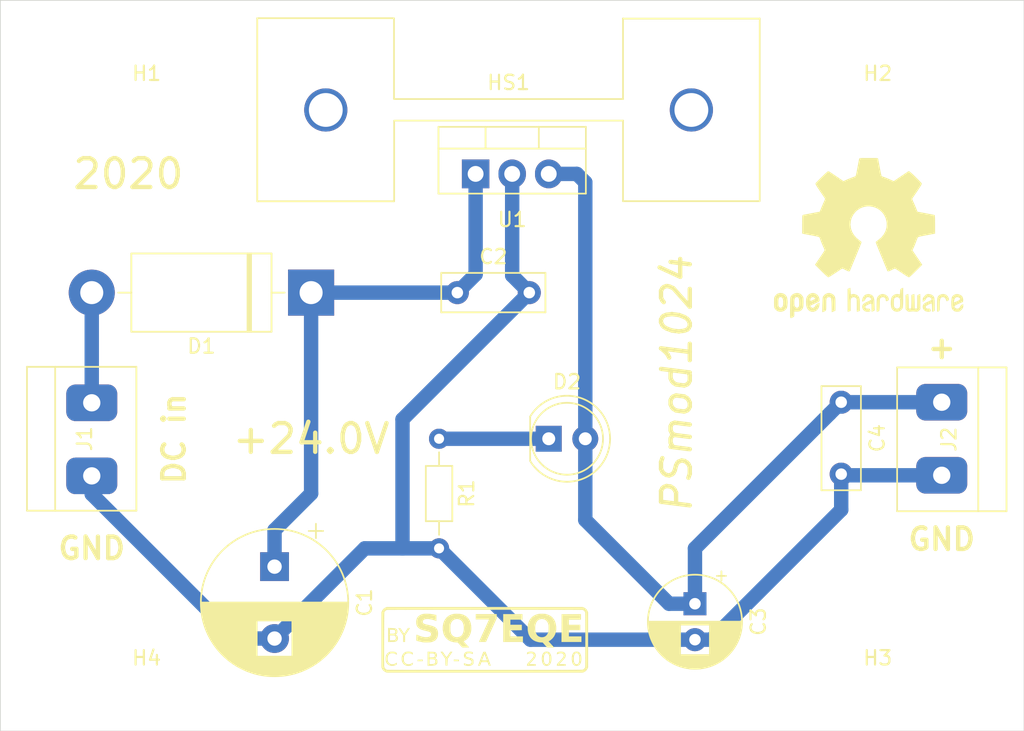
<source format=kicad_pcb>
(kicad_pcb (version 20171130) (host pcbnew 5.1.5+dfsg1-2build2)

  (general
    (thickness 1.6)
    (drawings 15)
    (tracks 37)
    (zones 0)
    (modules 17)
    (nets 6)
  )

  (page A4)
  (title_block
    (title "PSmod1024 PCB")
    (date 2020-10-30)
    (rev 1.0)
    (company "MSc Paweł Sobótka")
    (comment 1 "CC-BY-SA 4.0")
    (comment 2 "by SQ7EQE")
  )

  (layers
    (0 F.Cu signal)
    (31 B.Cu signal)
    (32 B.Adhes user)
    (33 F.Adhes user)
    (34 B.Paste user)
    (35 F.Paste user)
    (36 B.SilkS user)
    (37 F.SilkS user)
    (38 B.Mask user)
    (39 F.Mask user)
    (40 Dwgs.User user)
    (41 Cmts.User user)
    (42 Eco1.User user)
    (43 Eco2.User user)
    (44 Edge.Cuts user)
    (45 Margin user)
    (46 B.CrtYd user)
    (47 F.CrtYd user)
    (48 B.Fab user)
    (49 F.Fab user)
  )

  (setup
    (last_trace_width 1)
    (trace_clearance 0.4)
    (zone_clearance 0.508)
    (zone_45_only no)
    (trace_min 0.2)
    (via_size 0.8)
    (via_drill 0.4)
    (via_min_size 0.4)
    (via_min_drill 0.3)
    (uvia_size 0.3)
    (uvia_drill 0.1)
    (uvias_allowed no)
    (uvia_min_size 0.2)
    (uvia_min_drill 0.1)
    (edge_width 0.05)
    (segment_width 0.2)
    (pcb_text_width 0.3)
    (pcb_text_size 1.5 1.5)
    (mod_edge_width 0.12)
    (mod_text_size 1 1)
    (mod_text_width 0.15)
    (pad_size 1.524 1.524)
    (pad_drill 0.762)
    (pad_to_mask_clearance 0.051)
    (solder_mask_min_width 0.25)
    (aux_axis_origin 0 0)
    (visible_elements FFFFFF7F)
    (pcbplotparams
      (layerselection 0x010fc_ffffffff)
      (usegerberextensions false)
      (usegerberattributes false)
      (usegerberadvancedattributes false)
      (creategerberjobfile false)
      (excludeedgelayer true)
      (linewidth 0.150000)
      (plotframeref false)
      (viasonmask false)
      (mode 1)
      (useauxorigin false)
      (hpglpennumber 1)
      (hpglpenspeed 20)
      (hpglpendiameter 15.000000)
      (psnegative false)
      (psa4output false)
      (plotreference true)
      (plotvalue true)
      (plotinvisibletext false)
      (padsonsilk false)
      (subtractmaskfromsilk false)
      (outputformat 1)
      (mirror false)
      (drillshape 1)
      (scaleselection 1)
      (outputdirectory ""))
  )

  (net 0 "")
  (net 1 "Net-(C1-Pad1)")
  (net 2 GND)
  (net 3 "Net-(C3-Pad1)")
  (net 4 "Net-(D1-Pad2)")
  (net 5 "Net-(D2-Pad1)")

  (net_class Default "To jest domyślna klasa połączeń."
    (clearance 0.4)
    (trace_width 1)
    (via_dia 0.8)
    (via_drill 0.4)
    (uvia_dia 0.3)
    (uvia_drill 0.1)
    (add_net GND)
    (add_net "Net-(C1-Pad1)")
    (add_net "Net-(C3-Pad1)")
    (add_net "Net-(D1-Pad2)")
    (add_net "Net-(D2-Pad1)")
  )

  (module ups-pcb:DG301-5.0-2P (layer F.Cu) (tedit 5F9ADE78) (tstamp 5F994AC9)
    (at 191.135 107.99 90)
    (tags TerminalBlock)
    (path /5F9906BE)
    (fp_text reference J2 (at 0 0.5 90) (layer F.SilkS)
      (effects (font (size 1 1) (thickness 0.15)))
    )
    (fp_text value "DC out" (at 0 2.54 90) (layer F.Fab)
      (effects (font (size 1 1) (thickness 0.15)))
    )
    (fp_line (start -5 4.5) (end 5 4.5) (layer F.CrtYd) (width 0.12))
    (fp_line (start -5 -3.1) (end 5 -3.1) (layer F.CrtYd) (width 0.12))
    (fp_line (start -5 -3.1) (end -5 4.5) (layer F.CrtYd) (width 0.12))
    (fp_line (start 5 -3.1) (end 5 4.5) (layer F.CrtYd) (width 0.12))
    (fp_line (start -5 -3.1) (end 5 -3.1) (layer F.CrtYd) (width 0.12))
    (fp_line (start -5 -3.1) (end 5 -3.1) (layer F.SilkS) (width 0.12))
    (fp_line (start 5 -3.1) (end 5 4.5) (layer F.SilkS) (width 0.12))
    (fp_line (start -5 -3.1) (end -5 4.5) (layer F.SilkS) (width 0.12))
    (fp_line (start -5 4.5) (end 5 4.5) (layer F.SilkS) (width 0.12))
    (fp_line (start -5 2.54) (end 5 2.54) (layer F.SilkS) (width 0.12))
    (pad 1 thru_hole roundrect (at -2.5 0 90) (size 2.54 3.54) (drill 1.2) (layers *.Cu *.Mask) (roundrect_rratio 0.25)
      (net 2 GND))
    (pad 2 thru_hole roundrect (at 2.58 0 90) (size 2.54 3.54) (drill 1.2) (layers *.Cu *.Mask) (roundrect_rratio 0.25)
      (net 3 "Net-(C3-Pad1)"))
    (model ${KIPRJMOD}/packages3d/dg301-5.0P.step
      (at (xyz 0 0 0))
      (scale (xyz 1 1 1))
      (rotate (xyz 0 0 90))
    )
  )

  (module ups-pcb:DG301-5.0-2P (layer F.Cu) (tedit 5F9ADE78) (tstamp 5F994AB9)
    (at 132.08 107.95 270)
    (tags TerminalBlock)
    (path /5F9900ED)
    (fp_text reference J1 (at 0 0.5 90) (layer F.SilkS)
      (effects (font (size 1 1) (thickness 0.15)))
    )
    (fp_text value "DC inp" (at 0 2.54 90) (layer F.Fab)
      (effects (font (size 1 1) (thickness 0.15)))
    )
    (fp_line (start -5 4.5) (end 5 4.5) (layer F.CrtYd) (width 0.12))
    (fp_line (start -5 -3.1) (end 5 -3.1) (layer F.CrtYd) (width 0.12))
    (fp_line (start -5 -3.1) (end -5 4.5) (layer F.CrtYd) (width 0.12))
    (fp_line (start 5 -3.1) (end 5 4.5) (layer F.CrtYd) (width 0.12))
    (fp_line (start -5 -3.1) (end 5 -3.1) (layer F.CrtYd) (width 0.12))
    (fp_line (start -5 -3.1) (end 5 -3.1) (layer F.SilkS) (width 0.12))
    (fp_line (start 5 -3.1) (end 5 4.5) (layer F.SilkS) (width 0.12))
    (fp_line (start -5 -3.1) (end -5 4.5) (layer F.SilkS) (width 0.12))
    (fp_line (start -5 4.5) (end 5 4.5) (layer F.SilkS) (width 0.12))
    (fp_line (start -5 2.54) (end 5 2.54) (layer F.SilkS) (width 0.12))
    (pad 1 thru_hole roundrect (at -2.5 0 270) (size 2.54 3.54) (drill 1.2) (layers *.Cu *.Mask) (roundrect_rratio 0.25)
      (net 4 "Net-(D1-Pad2)"))
    (pad 2 thru_hole roundrect (at 2.58 0 270) (size 2.54 3.54) (drill 1.2) (layers *.Cu *.Mask) (roundrect_rratio 0.25)
      (net 2 GND))
    (model ${KIPRJMOD}/packages3d/dg301-5.0P.step
      (at (xyz 0 0 0))
      (scale (xyz 1 1 1))
      (rotate (xyz 0 0 90))
    )
  )

  (module ups-pcb:sk104_25.4mm (layer F.Cu) (tedit 5F9A176E) (tstamp 5F994AA9)
    (at 161.040001 85.09)
    (descr "radiator na profilu sk104")
    (tags heatsink)
    (path /5F98FE0B)
    (fp_text reference HS1 (at 0 -1.905) (layer F.SilkS)
      (effects (font (size 1 1) (thickness 0.15)))
    )
    (fp_text value sk104_25.4mm (at 0 -3.81) (layer F.Fab)
      (effects (font (size 1 1) (thickness 0.15)))
    )
    (fp_line (start -7.96 -6.37) (end -7.96 -0.77) (layer F.SilkS) (width 0.12))
    (fp_line (start 7.94 -6.35) (end 17.44 -6.35) (layer F.SilkS) (width 0.12))
    (fp_line (start 17.45 6.34) (end 17.45 -6.36) (layer F.SilkS) (width 0.12))
    (fp_line (start 7.94 6.34) (end 17.44 6.34) (layer F.SilkS) (width 0.12))
    (fp_line (start -17.47 -6.38) (end -7.97 -6.38) (layer F.SilkS) (width 0.12))
    (fp_line (start -17.46 6.35) (end -17.46 -6.35) (layer F.SilkS) (width 0.12))
    (fp_line (start -17.46 6.35) (end -7.96 6.35) (layer F.SilkS) (width 0.12))
    (fp_line (start -7.95 0.75) (end -7.95 6.35) (layer F.SilkS) (width 0.12))
    (fp_line (start 7.95 0.74) (end 7.95 6.34) (layer F.SilkS) (width 0.12))
    (fp_line (start -7.95 0.74) (end 7.95 0.74) (layer F.SilkS) (width 0.12))
    (fp_line (start 7.95 -6.36) (end 7.95 -0.76) (layer F.SilkS) (width 0.12))
    (fp_line (start -7.95 -0.76) (end 7.95 -0.76) (layer F.SilkS) (width 0.12))
    (fp_line (start 7.95 0.75) (end 7.95 6.35) (layer F.CrtYd) (width 0.12))
    (fp_line (start 7.95 -6.35) (end 7.95 -0.75) (layer F.CrtYd) (width 0.12))
    (fp_line (start 7.95 6.35) (end 17.45 6.35) (layer F.CrtYd) (width 0.12))
    (fp_line (start 7.95 -6.35) (end 17.45 -6.35) (layer F.CrtYd) (width 0.12))
    (fp_line (start -7.95 0.75) (end -7.95 6.35) (layer F.CrtYd) (width 0.12))
    (fp_line (start -7.95 -6.35) (end -7.95 -0.75) (layer F.CrtYd) (width 0.12))
    (fp_line (start -17.45 -6.35) (end -7.95 -6.35) (layer F.CrtYd) (width 0.12))
    (fp_line (start -17.45 6.35) (end -7.95 6.35) (layer F.CrtYd) (width 0.12))
    (fp_line (start -7.95 -0.75) (end 7.95 -0.75) (layer F.CrtYd) (width 0.12))
    (fp_line (start -7.95 0.75) (end 7.95 0.75) (layer F.CrtYd) (width 0.12))
    (fp_line (start 17.45 6.35) (end 17.45 -6.35) (layer F.CrtYd) (width 0.12))
    (fp_line (start -17.45 6.35) (end -17.45 -6.35) (layer F.CrtYd) (width 0.12))
    (pad "" np_thru_hole circle (at 12.7 0) (size 3 3) (drill 2.35) (layers *.Cu *.Mask))
    (pad "" np_thru_hole circle (at -12.7 0) (size 3 3) (drill 2.35) (layers *.Cu *.Mask))
    (model ${KIPRJMOD}/packages3d/sk104-1.step
      (offset (xyz -17.5 6.35 0))
      (scale (xyz 0.99 1 1))
      (rotate (xyz 0 0 0))
    )
  )

  (module ups-pcb:cc-by-sa (layer F.Cu) (tedit 0) (tstamp 5F999933)
    (at 159.385 121.92)
    (path /5F9A792F)
    (fp_text reference G1 (at 0 0) (layer F.SilkS) hide
      (effects (font (size 1.524 1.524) (thickness 0.3)))
    )
    (fp_text value CC-BY-SA (at 0.75 0) (layer F.SilkS) hide
      (effects (font (size 1.524 1.524) (thickness 0.3)))
    )
    (fp_poly (pts (xy 6.683375 -1.397) (xy 5.842 -1.397) (xy 5.842 -1.031875) (xy 6.63575 -1.031875)
      (xy 6.63575 -0.66675) (xy 5.842 -0.66675) (xy 5.842 -0.22225) (xy 6.715125 -0.22225)
      (xy 6.715125 0.15875) (xy 5.333754 0.15875) (xy 5.337845 -0.805657) (xy 5.341937 -1.770063)
      (xy 6.683375 -1.778345) (xy 6.683375 -1.397)) (layer F.SilkS) (width 0.01))
    (fp_poly (pts (xy 2.619375 -1.397) (xy 1.778 -1.397) (xy 1.778 -1.031875) (xy 2.57175 -1.031875)
      (xy 2.57175 -0.667305) (xy 2.178843 -0.663059) (xy 1.785937 -0.658813) (xy 1.78152 -0.440532)
      (xy 1.777104 -0.22225) (xy 2.651125 -0.22225) (xy 2.651125 0.15875) (xy 1.285875 0.15875)
      (xy 1.285875 -1.778) (xy 2.619375 -1.778) (xy 2.619375 -1.397)) (layer F.SilkS) (width 0.01))
    (fp_poly (pts (xy 0.8255 -1.481033) (xy 0.453404 -0.66511) (xy 0.081309 0.150812) (xy -0.157783 0.155194)
      (xy -0.240817 0.156049) (xy -0.311325 0.155504) (xy -0.363833 0.153701) (xy -0.392869 0.150786)
      (xy -0.396875 0.148916) (xy -0.390494 0.132828) (xy -0.372165 0.090576) (xy -0.34311 0.024887)
      (xy -0.30455 -0.061512) (xy -0.257708 -0.165896) (xy -0.203804 -0.285537) (xy -0.144061 -0.41771)
      (xy -0.0797 -0.559687) (xy -0.053998 -0.616276) (xy 0.012073 -0.761733) (xy 0.074262 -0.89876)
      (xy 0.131311 -1.02458) (xy 0.181964 -1.136416) (xy 0.224963 -1.231489) (xy 0.259053 -1.307021)
      (xy 0.282975 -1.360236) (xy 0.295473 -1.388355) (xy 0.29695 -1.391842) (xy 0.294239 -1.398059)
      (xy 0.27883 -1.402975) (xy 0.24777 -1.406727) (xy 0.198103 -1.409452) (xy 0.126877 -1.411286)
      (xy 0.031138 -1.412367) (xy -0.09207 -1.412831) (xy -0.157052 -1.412875) (xy -0.619125 -1.412875)
      (xy -0.619125 -1.778) (xy 0.8255 -1.778) (xy 0.8255 -1.481033)) (layer F.SilkS) (width 0.01))
    (fp_poly (pts (xy -5.230603 -0.807809) (xy -5.208576 -0.803272) (xy -5.207 -0.801464) (xy -5.215403 -0.786323)
      (xy -5.238786 -0.749063) (xy -5.274418 -0.693914) (xy -5.319564 -0.625105) (xy -5.371491 -0.546865)
      (xy -5.373688 -0.543572) (xy -5.540375 -0.293843) (xy -5.540375 0.15875) (xy -5.667375 0.15875)
      (xy -5.667375 -0.302646) (xy -5.834063 -0.546581) (xy -5.886641 -0.624062) (xy -5.932406 -0.692528)
      (xy -5.96855 -0.747695) (xy -5.992267 -0.785279) (xy -6.00075 -0.800984) (xy -5.986669 -0.806346)
      (xy -5.951239 -0.80749) (xy -5.933282 -0.80657) (xy -5.906822 -0.803979) (xy -5.885329 -0.797899)
      (xy -5.864783 -0.784294) (xy -5.841163 -0.75913) (xy -5.81045 -0.718372) (xy -5.768623 -0.657985)
      (xy -5.73322 -0.605776) (xy -5.600628 -0.409864) (xy -5.467131 -0.609745) (xy -5.333634 -0.809625)
      (xy -5.270317 -0.809625) (xy -5.230603 -0.807809)) (layer F.SilkS) (width 0.01))
    (fp_poly (pts (xy -6.480969 -0.806715) (xy -6.373205 -0.802568) (xy -6.291718 -0.795803) (xy -6.231058 -0.784911)
      (xy -6.185773 -0.768385) (xy -6.150409 -0.744716) (xy -6.119516 -0.712397) (xy -6.113694 -0.705145)
      (xy -6.079451 -0.640165) (xy -6.0679 -0.567735) (xy -6.077953 -0.496361) (xy -6.108522 -0.434547)
      (xy -6.153559 -0.393594) (xy -6.20932 -0.360695) (xy -6.150344 -0.327191) (xy -6.086407 -0.275748)
      (xy -6.04848 -0.207875) (xy -6.035603 -0.121583) (xy -6.036529 -0.091068) (xy -6.050675 -0.008265)
      (xy -6.083757 0.053613) (xy -6.140474 0.102015) (xy -6.168338 0.117973) (xy -6.197309 0.131076)
      (xy -6.230411 0.140547) (xy -6.273697 0.147144) (xy -6.333222 0.151628) (xy -6.415043 0.154757)
      (xy -6.473032 0.156206) (xy -6.715125 0.161599) (xy -6.715125 -0.301625) (xy -6.588125 -0.301625)
      (xy -6.588125 0.050515) (xy -6.421763 0.045101) (xy -6.346238 0.042089) (xy -6.295238 0.03784)
      (xy -6.261537 0.030722) (xy -6.237912 0.019106) (xy -6.21714 0.001365) (xy -6.213987 -0.001762)
      (xy -6.181102 -0.054216) (xy -6.169725 -0.117162) (xy -6.178255 -0.181601) (xy -6.205094 -0.238533)
      (xy -6.248645 -0.278962) (xy -6.264552 -0.286459) (xy -6.29832 -0.293358) (xy -6.353796 -0.298615)
      (xy -6.420951 -0.301393) (xy -6.446284 -0.301625) (xy -6.588125 -0.301625) (xy -6.715125 -0.301625)
      (xy -6.715125 -0.6985) (xy -6.588125 -0.6985) (xy -6.588125 -0.409775) (xy -6.431004 -0.415232)
      (xy -6.353676 -0.41906) (xy -6.301212 -0.425009) (xy -6.266736 -0.434369) (xy -6.243374 -0.448428)
      (xy -6.240504 -0.45093) (xy -6.216982 -0.49018) (xy -6.206369 -0.545749) (xy -6.210465 -0.604212)
      (xy -6.216987 -0.626352) (xy -6.245598 -0.66103) (xy -6.301106 -0.684257) (xy -6.384677 -0.696391)
      (xy -6.4524 -0.6985) (xy -6.588125 -0.6985) (xy -6.715125 -0.6985) (xy -6.715125 -0.813086)
      (xy -6.480969 -0.806715)) (layer F.SilkS) (width 0.01))
    (fp_poly (pts (xy -3.856768 -1.79492) (xy -3.697368 -1.777273) (xy -3.535998 -1.749854) (xy -3.472657 -1.736304)
      (xy -3.3655 -1.711956) (xy -3.3655 -1.303968) (xy -3.490551 -1.349606) (xy -3.627449 -1.392503)
      (xy -3.765107 -1.42264) (xy -3.897804 -1.439572) (xy -4.01982 -1.442851) (xy -4.125433 -1.432029)
      (xy -4.208923 -1.406661) (xy -4.210597 -1.405875) (xy -4.267552 -1.364213) (xy -4.301901 -1.308664)
      (xy -4.312859 -1.246584) (xy -4.29964 -1.185328) (xy -4.261458 -1.132252) (xy -4.241488 -1.11659)
      (xy -4.199688 -1.095814) (xy -4.139082 -1.074343) (xy -4.072203 -1.056567) (xy -4.066863 -1.055416)
      (xy -3.899498 -1.018362) (xy -3.760475 -0.983585) (xy -3.646574 -0.949929) (xy -3.554573 -0.916238)
      (xy -3.481253 -0.881354) (xy -3.423391 -0.844121) (xy -3.384625 -0.810433) (xy -3.314511 -0.718244)
      (xy -3.268382 -0.607344) (xy -3.247045 -0.480722) (xy -3.251311 -0.341369) (xy -3.253401 -0.325218)
      (xy -3.284785 -0.188755) (xy -3.338378 -0.074408) (xy -3.41502 0.018692) (xy -3.515551 0.091415)
      (xy -3.640811 0.144629) (xy -3.729524 0.16784) (xy -3.785659 0.175867) (xy -3.864358 0.182087)
      (xy -3.956473 0.186296) (xy -4.05286 0.188289) (xy -4.144372 0.187863) (xy -4.221862 0.184813)
      (xy -4.270375 0.179925) (xy -4.348502 0.165574) (xy -4.442739 0.145287) (xy -4.53895 0.122333)
      (xy -4.623002 0.099978) (xy -4.647407 0.092755) (xy -4.746625 0.062224) (xy -4.746625 -0.145212)
      (xy -4.745924 -0.233289) (xy -4.743573 -0.293345) (xy -4.739205 -0.329083) (xy -4.732452 -0.344207)
      (xy -4.726782 -0.344807) (xy -4.704075 -0.335549) (xy -4.659732 -0.317257) (xy -4.601426 -0.293104)
      (xy -4.56882 -0.279563) (xy -4.420469 -0.224763) (xy -4.284205 -0.190067) (xy -4.149603 -0.173191)
      (xy -4.071938 -0.170674) (xy -3.951293 -0.177403) (xy -3.858001 -0.198919) (xy -3.790981 -0.235887)
      (xy -3.749148 -0.288971) (xy -3.73142 -0.358836) (xy -3.730625 -0.380148) (xy -3.737544 -0.442943)
      (xy -3.760113 -0.485932) (xy -3.762836 -0.488963) (xy -3.784128 -0.510106) (xy -3.807511 -0.528099)
      (xy -3.83707 -0.544365) (xy -3.876888 -0.560328) (xy -3.931052 -0.577411) (xy -4.003644 -0.597037)
      (xy -4.09875 -0.620632) (xy -4.220454 -0.649617) (xy -4.230688 -0.652029) (xy -4.386509 -0.697965)
      (xy -4.513679 -0.756253) (xy -4.613284 -0.828127) (xy -4.686411 -0.914819) (xy -4.734148 -1.017562)
      (xy -4.757583 -1.137588) (xy -4.759344 -1.251438) (xy -4.740951 -1.38711) (xy -4.699594 -1.502097)
      (xy -4.633903 -1.598174) (xy -4.542506 -1.677112) (xy -4.424033 -1.740686) (xy -4.362906 -1.764272)
      (xy -4.267267 -1.787471) (xy -4.147306 -1.800194) (xy -4.00861 -1.802619) (xy -3.856768 -1.79492)) (layer F.SilkS) (width 0.01))
    (fp_poly (pts (xy 4.087612 -1.797844) (xy 4.193582 -1.788715) (xy 4.279532 -1.77348) (xy 4.28625 -1.771726)
      (xy 4.451306 -1.712893) (xy 4.593578 -1.631958) (xy 4.71303 -1.528966) (xy 4.809628 -1.403963)
      (xy 4.883335 -1.256993) (xy 4.934118 -1.088103) (xy 4.961941 -0.897336) (xy 4.961973 -0.896938)
      (xy 4.963268 -0.711119) (xy 4.937256 -0.535334) (xy 4.885111 -0.372124) (xy 4.808004 -0.224033)
      (xy 4.70711 -0.093603) (xy 4.583599 0.016624) (xy 4.521234 0.058784) (xy 4.427854 0.116422)
      (xy 4.481065 0.173304) (xy 4.512428 0.207239) (xy 4.558864 0.257989) (xy 4.614192 0.318782)
      (xy 4.672235 0.382843) (xy 4.674156 0.384968) (xy 4.814034 0.53975) (xy 4.336267 0.53975)
      (xy 4.182172 0.367332) (xy 4.028078 0.194915) (xy 3.88332 0.185628) (xy 3.69886 0.160817)
      (xy 3.533275 0.111678) (xy 3.387517 0.038895) (xy 3.262542 -0.05685) (xy 3.159303 -0.174873)
      (xy 3.078754 -0.314491) (xy 3.038058 -0.419457) (xy 3.008383 -0.542476) (xy 2.99071 -0.683876)
      (xy 2.988832 -0.738448) (xy 3.497536 -0.738448) (xy 3.512708 -0.608851) (xy 3.543322 -0.488071)
      (xy 3.589299 -0.381928) (xy 3.650559 -0.296241) (xy 3.670206 -0.276917) (xy 3.76166 -0.214838)
      (xy 3.867457 -0.177492) (xy 3.980891 -0.165842) (xy 4.095255 -0.180853) (xy 4.167187 -0.205482)
      (xy 4.23743 -0.249857) (xy 4.305416 -0.317212) (xy 4.363816 -0.399184) (xy 4.398682 -0.469602)
      (xy 4.413496 -0.510047) (xy 4.423849 -0.548931) (xy 4.430537 -0.593243) (xy 4.434357 -0.649976)
      (xy 4.436107 -0.726122) (xy 4.436544 -0.801688) (xy 4.436283 -0.896989) (xy 4.434482 -0.967746)
      (xy 4.430326 -1.021157) (xy 4.423003 -1.06442) (xy 4.4117 -1.104733) (xy 4.397999 -1.143)
      (xy 4.3411 -1.254465) (xy 4.265067 -1.341164) (xy 4.171679 -1.401944) (xy 4.062713 -1.435649)
      (xy 3.939948 -1.441126) (xy 3.938845 -1.441048) (xy 3.82513 -1.420804) (xy 3.729674 -1.37654)
      (xy 3.656078 -1.315048) (xy 3.592852 -1.228642) (xy 3.545464 -1.12196) (xy 3.513835 -1.000822)
      (xy 3.497885 -0.871045) (xy 3.497536 -0.738448) (xy 2.988832 -0.738448) (xy 2.985596 -0.832424)
      (xy 2.993597 -0.976888) (xy 3.00616 -1.063625) (xy 3.052575 -1.230696) (xy 3.124735 -1.379817)
      (xy 3.221206 -1.509448) (xy 3.340552 -1.61805) (xy 3.481338 -1.704082) (xy 3.642129 -1.766004)
      (xy 3.667125 -1.772917) (xy 3.751378 -1.788405) (xy 3.85633 -1.797709) (xy 3.971802 -1.800849)
      (xy 4.087612 -1.797844)) (layer F.SilkS) (width 0.01))
    (fp_poly (pts (xy -1.755001 -1.792265) (xy -1.604178 -1.767851) (xy -1.471404 -1.724952) (xy -1.351736 -1.661875)
      (xy -1.240232 -1.576926) (xy -1.217136 -1.555911) (xy -1.111612 -1.435933) (xy -1.031148 -1.2968)
      (xy -0.975693 -1.138365) (xy -0.945199 -0.960481) (xy -0.939613 -0.762999) (xy -0.940211 -0.747054)
      (xy -0.945877 -0.651672) (xy -0.955098 -0.575891) (xy -0.969945 -0.507594) (xy -0.992493 -0.434665)
      (xy -0.99481 -0.427924) (xy -1.062259 -0.273534) (xy -1.15007 -0.139003) (xy -1.255903 -0.027244)
      (xy -1.377417 0.058828) (xy -1.392047 0.066818) (xy -1.431782 0.090169) (xy -1.45648 0.109055)
      (xy -1.4605 0.115281) (xy -1.450405 0.130788) (xy -1.422647 0.165194) (xy -1.381019 0.213996)
      (xy -1.329317 0.272689) (xy -1.306715 0.29787) (xy -1.248911 0.361986) (xy -1.196332 0.420402)
      (xy -1.15382 0.46773) (xy -1.12622 0.498582) (xy -1.121385 0.504031) (xy -1.089841 0.53975)
      (xy -1.326765 0.539718) (xy -1.563688 0.539687) (xy -1.717467 0.367554) (xy -1.871245 0.19542)
      (xy -2.019092 0.185187) (xy -2.191282 0.163535) (xy -2.341209 0.122919) (xy -2.473361 0.061471)
      (xy -2.592229 -0.022674) (xy -2.652384 -0.078117) (xy -2.746756 -0.188402) (xy -2.818713 -0.309851)
      (xy -2.87003 -0.446873) (xy -2.902482 -0.603874) (xy -2.915068 -0.73025) (xy -2.914676 -0.809625)
      (xy -2.388706 -0.809625) (xy -2.387194 -0.687929) (xy -2.381223 -0.591604) (xy -2.369441 -0.514424)
      (xy -2.350495 -0.450162) (xy -2.323034 -0.392592) (xy -2.285775 -0.335583) (xy -2.211607 -0.25902)
      (xy -2.119422 -0.204893) (xy -2.014775 -0.174374) (xy -1.903225 -0.168632) (xy -1.790329 -0.188837)
      (xy -1.719198 -0.216277) (xy -1.663933 -0.248129) (xy -1.614047 -0.286013) (xy -1.593629 -0.306405)
      (xy -1.532046 -0.400994) (xy -1.48729 -0.515074) (xy -1.459275 -0.642492) (xy -1.44791 -0.777093)
      (xy -1.453107 -0.912723) (xy -1.474777 -1.043227) (xy -1.512831 -1.162452) (xy -1.56718 -1.264242)
      (xy -1.608204 -1.315048) (xy -1.691337 -1.38252) (xy -1.788532 -1.424099) (xy -1.890971 -1.441048)
      (xy -2.013447 -1.435427) (xy -2.123418 -1.401255) (xy -2.21839 -1.34011) (xy -2.295869 -1.253572)
      (xy -2.350713 -1.15) (xy -2.365335 -1.110276) (xy -2.375632 -1.072251) (xy -2.382362 -1.029137)
      (xy -2.386281 -0.974147) (xy -2.388148 -0.900493) (xy -2.388706 -0.809625) (xy -2.914676 -0.809625)
      (xy -2.914145 -0.916702) (xy -2.887781 -1.091387) (xy -2.837149 -1.251888) (xy -2.763418 -1.395787)
      (xy -2.667759 -1.520666) (xy -2.551344 -1.624107) (xy -2.45264 -1.685367) (xy -2.354133 -1.732201)
      (xy -2.260559 -1.765058) (xy -2.162716 -1.78595) (xy -2.051402 -1.796888) (xy -1.928813 -1.799889)
      (xy -1.755001 -1.792265)) (layer F.SilkS) (width 0.01))
    (fp_poly (pts (xy -1.801813 1.389062) (xy -1.796838 1.440656) (xy -1.791864 1.49225) (xy -2.143125 1.49225)
      (xy -2.143125 1.38005) (xy -1.801813 1.389062)) (layer F.SilkS) (width 0.01))
    (fp_poly (pts (xy -4.318 1.49225) (xy -4.669262 1.49225) (xy -4.664288 1.440656) (xy -4.659313 1.389062)
      (xy -4.488657 1.384556) (xy -4.318 1.38005) (xy -4.318 1.49225)) (layer F.SilkS) (width 0.01))
    (fp_poly (pts (xy 5.414518 0.840332) (xy 5.491743 0.868822) (xy 5.505684 0.877232) (xy 5.568258 0.936395)
      (xy 5.606721 1.01167) (xy 5.619643 1.096952) (xy 5.605596 1.186137) (xy 5.588219 1.229858)
      (xy 5.566808 1.262981) (xy 5.527515 1.313402) (xy 5.474772 1.37583) (xy 5.413009 1.444976)
      (xy 5.364628 1.496808) (xy 5.172567 1.698625) (xy 5.61975 1.698625) (xy 5.61975 1.80975)
      (xy 5.0165 1.80975) (xy 5.0165 1.751789) (xy 5.018193 1.729512) (xy 5.025265 1.707218)
      (xy 5.040707 1.681003) (xy 5.067508 1.646966) (xy 5.108658 1.601206) (xy 5.167146 1.53982)
      (xy 5.222692 1.482714) (xy 5.314782 1.386252) (xy 5.384938 1.307152) (xy 5.435308 1.242087)
      (xy 5.468044 1.187729) (xy 5.485294 1.140753) (xy 5.489209 1.097831) (xy 5.486428 1.074593)
      (xy 5.460282 1.010519) (xy 5.411693 0.965715) (xy 5.344122 0.941093) (xy 5.261031 0.937566)
      (xy 5.165882 0.956045) (xy 5.110558 0.975556) (xy 5.014748 1.014487) (xy 5.019592 0.94834)
      (xy 5.023444 0.911963) (xy 5.033199 0.889602) (xy 5.056207 0.874231) (xy 5.099815 0.858821)
      (xy 5.119687 0.85262) (xy 5.219299 0.831645) (xy 5.32064 0.827745) (xy 5.414518 0.840332)) (layer F.SilkS) (width 0.01))
    (fp_poly (pts (xy 3.347706 0.845727) (xy 3.42663 0.883406) (xy 3.48688 0.938552) (xy 3.525132 1.009439)
      (xy 3.538062 1.094345) (xy 3.537027 1.116638) (xy 3.530481 1.161287) (xy 3.516779 1.20444)
      (xy 3.493196 1.250103) (xy 3.457008 1.302283) (xy 3.405491 1.364985) (xy 3.335919 1.442214)
      (xy 3.262691 1.520031) (xy 3.092637 1.698625) (xy 3.540125 1.698625) (xy 3.540125 1.80975)
      (xy 2.936875 1.80975) (xy 2.936875 1.752386) (xy 2.938666 1.730158) (xy 2.946021 1.707618)
      (xy 2.961911 1.680856) (xy 2.989309 1.645961) (xy 3.031186 1.599023) (xy 3.090514 1.536133)
      (xy 3.141566 1.483063) (xy 3.216753 1.403127) (xy 3.282473 1.329216) (xy 3.334947 1.265814)
      (xy 3.370393 1.217405) (xy 3.38136 1.198592) (xy 3.406556 1.121009) (xy 3.401808 1.053537)
      (xy 3.367 0.995405) (xy 3.347867 0.977269) (xy 3.287194 0.945957) (xy 3.208406 0.935738)
      (xy 3.117148 0.946647) (xy 3.027313 0.975259) (xy 2.935189 1.01314) (xy 2.94 0.947579)
      (xy 2.944194 0.910208) (xy 2.954975 0.887729) (xy 2.980081 0.872345) (xy 3.027252 0.856253)
      (xy 3.032125 0.854729) (xy 3.147129 0.829664) (xy 3.253431 0.827238) (xy 3.347706 0.845727)) (layer F.SilkS) (width 0.01))
    (fp_poly (pts (xy 0.23433 1.313284) (xy 0.277953 1.428996) (xy 0.317716 1.535189) (xy 0.352277 1.628225)
      (xy 0.380296 1.704465) (xy 0.40043 1.76027) (xy 0.41134 1.792001) (xy 0.412924 1.797843)
      (xy 0.39873 1.805359) (xy 0.363563 1.809481) (xy 0.35039 1.80975) (xy 0.314843 1.808212)
      (xy 0.292716 1.798823) (xy 0.276176 1.774422) (xy 0.257388 1.727844) (xy 0.255605 1.723084)
      (xy 0.235743 1.667716) (xy 0.219504 1.618451) (xy 0.213056 1.596084) (xy 0.202933 1.55575)
      (xy -0.2355 1.55575) (xy -0.263198 1.631156) (xy -0.290899 1.706355) (xy -0.31093 1.756825)
      (xy -0.326979 1.787483) (xy -0.342736 1.803249) (xy -0.361888 1.809042) (xy -0.388126 1.809779)
      (xy -0.397135 1.80975) (xy -0.438268 1.807697) (xy -0.454663 1.799281) (xy -0.453476 1.781968)
      (xy -0.445713 1.760597) (xy -0.428087 1.713463) (xy -0.402071 1.64446) (xy -0.369138 1.557482)
      (xy -0.33076 1.456424) (xy -0.32232 1.434254) (xy -0.1905 1.434254) (xy -0.1757 1.438439)
      (xy -0.13559 1.441816) (xy -0.076608 1.443998) (xy -0.017521 1.444625) (xy 0.155458 1.444625)
      (xy 0.075361 1.226343) (xy 0.046277 1.148194) (xy 0.020388 1.080687) (xy -0.00009 1.029455)
      (xy -0.012936 1.000129) (xy -0.015499 0.995725) (xy -0.023472 1.006291) (xy -0.039988 1.040541)
      (xy -0.06261 1.092369) (xy -0.0889 1.155669) (xy -0.116423 1.224333) (xy -0.142741 1.292254)
      (xy -0.165416 1.353327) (xy -0.182013 1.401445) (xy -0.190095 1.430501) (xy -0.1905 1.434254)
      (xy -0.32232 1.434254) (xy -0.28841 1.34518) (xy -0.27185 1.30175) (xy -0.099264 0.849312)
      (xy -0.021851 0.844972) (xy 0.055562 0.840631) (xy 0.23433 1.313284)) (layer F.SilkS) (width 0.01))
    (fp_poly (pts (xy -2.794 1.031875) (xy -2.747908 1.099519) (xy -2.707577 1.156545) (xy -2.676434 1.19827)
      (xy -2.657905 1.220016) (xy -2.654781 1.222071) (xy -2.642382 1.209406) (xy -2.616177 1.174801)
      (xy -2.579569 1.122996) (xy -2.535963 1.058731) (xy -2.517965 1.031571) (xy -2.392741 0.841375)
      (xy -2.253742 0.841375) (xy -2.416715 1.083468) (xy -2.579688 1.325562) (xy -2.587625 1.563687)
      (xy -2.595563 1.801812) (xy -2.651693 1.806536) (xy -2.692147 1.80677) (xy -2.717575 1.80114)
      (xy -2.719162 1.799922) (xy -2.723201 1.78078) (xy -2.726606 1.735861) (xy -2.729094 1.671135)
      (xy -2.730383 1.592574) (xy -2.7305 1.559589) (xy -2.7305 1.330595) (xy -2.89793 1.085985)
      (xy -3.065359 0.841375) (xy -2.921627 0.841375) (xy -2.794 1.031875)) (layer F.SilkS) (width 0.01))
    (fp_poly (pts (xy -3.726657 0.843918) (xy -3.616147 0.847631) (xy -3.532374 0.854378) (xy -3.470349 0.865962)
      (xy -3.425081 0.884185) (xy -3.391583 0.91085) (xy -3.364864 0.94776) (xy -3.347377 0.980957)
      (xy -3.325053 1.05749) (xy -3.328948 1.133015) (xy -3.357006 1.20026) (xy -3.40717 1.251953)
      (xy -3.427423 1.263955) (xy -3.448028 1.276116) (xy -3.448253 1.287005) (xy -3.425192 1.303596)
      (xy -3.406192 1.314928) (xy -3.342198 1.365081) (xy -3.304168 1.427201) (xy -3.28951 1.506566)
      (xy -3.289967 1.551505) (xy -3.295755 1.611799) (xy -3.307676 1.652706) (xy -3.330072 1.686538)
      (xy -3.342423 1.700304) (xy -3.379207 1.735129) (xy -3.418443 1.760997) (xy -3.46579 1.779436)
      (xy -3.526905 1.791976) (xy -3.607445 1.800144) (xy -3.713068 1.805468) (xy -3.734594 1.806222)
      (xy -3.96875 1.814064) (xy -3.96875 1.349375) (xy -3.84175 1.349375) (xy -3.84175 1.698625)
      (xy -3.706303 1.698625) (xy -3.625761 1.695576) (xy -3.55832 1.687205) (xy -3.517081 1.676156)
      (xy -3.463223 1.640804) (xy -3.433203 1.587777) (xy -3.424671 1.520031) (xy -3.435805 1.445055)
      (xy -3.468304 1.390966) (xy -3.502929 1.367003) (xy -3.535618 1.359206) (xy -3.59055 1.353174)
      (xy -3.658232 1.349794) (xy -3.691685 1.349375) (xy -3.84175 1.349375) (xy -3.96875 1.349375)
      (xy -3.96875 0.9525) (xy -3.84175 0.9525) (xy -3.84175 1.23825) (xy -3.717119 1.23825)
      (xy -3.649808 1.236001) (xy -3.588417 1.230073) (xy -3.545197 1.221695) (xy -3.542159 1.220705)
      (xy -3.495682 1.195365) (xy -3.469925 1.155363) (xy -3.460906 1.093899) (xy -3.46075 1.081695)
      (xy -3.466646 1.031894) (xy -3.488623 0.997532) (xy -3.502579 0.985402) (xy -3.52756 0.969404)
      (xy -3.558176 0.95951) (xy -3.602324 0.954357) (xy -3.667903 0.952579) (xy -3.693079 0.9525)
      (xy -3.84175 0.9525) (xy -3.96875 0.9525) (xy -3.96875 0.838525) (xy -3.726657 0.843918)) (layer F.SilkS) (width 0.01))
    (fp_poly (pts (xy 6.457557 0.833937) (xy 6.538086 0.865471) (xy 6.603233 0.924142) (xy 6.639368 0.979129)
      (xy 6.678784 1.077808) (xy 6.702959 1.195343) (xy 6.7115 1.322527) (xy 6.704014 1.450153)
      (xy 6.68011 1.569012) (xy 6.666303 1.610866) (xy 6.617376 1.701305) (xy 6.549273 1.768067)
      (xy 6.465954 1.809156) (xy 6.371378 1.822578) (xy 6.275025 1.807976) (xy 6.216922 1.777728)
      (xy 6.159984 1.725118) (xy 6.112231 1.658787) (xy 6.087525 1.605959) (xy 6.07041 1.537508)
      (xy 6.058321 1.448505) (xy 6.053045 1.368715) (xy 6.179689 1.368715) (xy 6.188037 1.469951)
      (xy 6.2065 1.557789) (xy 6.216258 1.58586) (xy 6.242165 1.63488) (xy 6.27406 1.675469)
      (xy 6.282545 1.683047) (xy 6.338873 1.70905) (xy 6.404161 1.712537) (xy 6.465017 1.693541)
      (xy 6.481587 1.682548) (xy 6.524367 1.629628) (xy 6.554732 1.548585) (xy 6.57235 1.440661)
      (xy 6.577051 1.325562) (xy 6.573147 1.210691) (xy 6.561325 1.121369) (xy 6.540336 1.052104)
      (xy 6.508933 0.997404) (xy 6.499965 0.986138) (xy 6.445025 0.942072) (xy 6.382776 0.925686)
      (xy 6.320437 0.93643) (xy 6.265227 0.973752) (xy 6.24017 1.005966) (xy 6.211695 1.072706)
      (xy 6.191881 1.161283) (xy 6.181091 1.262889) (xy 6.179689 1.368715) (xy 6.053045 1.368715)
      (xy 6.051796 1.349832) (xy 6.051373 1.252369) (xy 6.057593 1.166997) (xy 6.063935 1.129609)
      (xy 6.097699 1.01755) (xy 6.144056 0.933366) (xy 6.205031 0.874991) (xy 6.282647 0.84036)
      (xy 6.359318 0.828283) (xy 6.457557 0.833937)) (layer F.SilkS) (width 0.01))
    (fp_poly (pts (xy 4.374985 0.834127) (xy 4.454852 0.86409) (xy 4.51878 0.920366) (xy 4.560444 0.985472)
      (xy 4.600661 1.088937) (xy 4.624414 1.204651) (xy 4.632148 1.325807) (xy 4.624308 1.445594)
      (xy 4.60134 1.557204) (xy 4.563688 1.653827) (xy 4.511863 1.728586) (xy 4.434706 1.788269)
      (xy 4.346135 1.818748) (xy 4.248478 1.819441) (xy 4.19507 1.80789) (xy 4.124405 1.771377)
      (xy 4.06385 1.707188) (xy 4.016026 1.6185) (xy 3.998978 1.570201) (xy 3.977309 1.46807)
      (xy 3.971227 1.391767) (xy 4.098558 1.391767) (xy 4.112178 1.507525) (xy 4.140751 1.598818)
      (xy 4.183768 1.664486) (xy 4.240722 1.703367) (xy 4.302105 1.7145) (xy 4.354126 1.708749)
      (xy 4.39311 1.686557) (xy 4.412816 1.667338) (xy 4.444097 1.622032) (xy 4.46995 1.564704)
      (xy 4.476146 1.544307) (xy 4.486442 1.482384) (xy 4.49261 1.400895) (xy 4.494615 1.310418)
      (xy 4.492425 1.221533) (xy 4.486008 1.144819) (xy 4.477529 1.098269) (xy 4.444943 1.020537)
      (xy 4.398359 0.965252) (xy 4.34291 0.933276) (xy 4.283729 0.925472) (xy 4.225949 0.942702)
      (xy 4.174704 0.985829) (xy 4.140903 1.041702) (xy 4.120344 1.10756) (xy 4.105578 1.195548)
      (xy 4.100398 1.252708) (xy 4.098558 1.391767) (xy 3.971227 1.391767) (xy 3.968141 1.353063)
      (xy 3.971103 1.235281) (xy 3.985826 1.124827) (xy 4.011938 1.031804) (xy 4.019349 1.014301)
      (xy 4.069585 0.928873) (xy 4.13103 0.871368) (xy 4.207908 0.838734) (xy 4.276249 0.828862)
      (xy 4.374985 0.834127)) (layer F.SilkS) (width 0.01))
    (fp_poly (pts (xy -1.038823 0.829878) (xy -0.957797 0.836938) (xy -0.912813 0.8457) (xy -0.866226 0.859585)
      (xy -0.842106 0.874338) (xy -0.832139 0.898594) (xy -0.828578 0.933171) (xy -0.823718 0.999249)
      (xy -0.883034 0.974465) (xy -0.974079 0.945607) (xy -1.065838 0.932668) (xy -1.151461 0.93529)
      (xy -1.2241 0.953112) (xy -1.276906 0.985775) (xy -1.285734 0.995613) (xy -1.311349 1.048315)
      (xy -1.315874 1.106466) (xy -1.299241 1.157956) (xy -1.286713 1.173912) (xy -1.251728 1.197267)
      (xy -1.202516 1.217499) (xy -1.187494 1.221737) (xy -1.088927 1.246421) (xy -1.01586 1.265834)
      (xy -0.962902 1.28204) (xy -0.92466 1.297101) (xy -0.895743 1.31308) (xy -0.870759 1.33204)
      (xy -0.849753 1.350953) (xy -0.785813 1.410596) (xy -0.785813 1.669153) (xy -0.850652 1.729634)
      (xy -0.92385 1.778596) (xy -1.016265 1.811191) (xy -1.118824 1.825463) (xy -1.222455 1.819457)
      (xy -1.246188 1.814846) (xy -1.279331 1.806605) (xy -1.329215 1.793324) (xy -1.361282 1.784494)
      (xy -1.409093 1.770141) (xy -1.433875 1.756268) (xy -1.443196 1.734884) (xy -1.444625 1.697995)
      (xy -1.444625 1.696483) (xy -1.442769 1.656001) (xy -1.434875 1.640553) (xy -1.417457 1.643523)
      (xy -1.416844 1.643787) (xy -1.303537 1.684745) (xy -1.198755 1.706931) (xy -1.105522 1.711113)
      (xy -1.02686 1.698061) (xy -0.965791 1.668542) (xy -0.925337 1.623325) (xy -0.90852 1.563179)
      (xy -0.91189 1.5154) (xy -0.930649 1.466466) (xy -0.968895 1.428201) (xy -1.030627 1.3979)
      (xy -1.119848 1.372859) (xy -1.124222 1.37189) (xy -1.240497 1.340509) (xy -1.327919 1.302689)
      (xy -1.38911 1.256178) (xy -1.42669 1.198722) (xy -1.443279 1.128068) (xy -1.444625 1.096434)
      (xy -1.431661 1.005488) (xy -1.392327 0.931883) (xy -1.333221 0.878993) (xy -1.295087 0.856564)
      (xy -1.256939 0.842585) (xy -1.208621 0.834598) (xy -1.139976 0.830146) (xy -1.129565 0.829719)
      (xy -1.038823 0.829878)) (layer F.SilkS) (width 0.01))
    (fp_poly (pts (xy -5.173998 0.84017) (xy -5.082126 0.866906) (xy -5.076032 0.86954) (xy -5.031733 0.890929)
      (xy -5.009394 0.910168) (xy -5.001529 0.936982) (xy -5.000625 0.967482) (xy -5.002211 1.007594)
      (xy -5.006176 1.030105) (xy -5.007858 1.031875) (xy -5.024199 1.023763) (xy -5.056875 1.003332)
      (xy -5.072955 0.992607) (xy -5.132767 0.96006) (xy -5.199007 0.942162) (xy -5.28083 0.937092)
      (xy -5.340361 0.939396) (xy -5.436143 0.957378) (xy -5.51227 0.999269) (xy -5.57237 1.067392)
      (xy -5.591562 1.100263) (xy -5.609119 1.139612) (xy -5.619878 1.182303) (xy -5.625369 1.237696)
      (xy -5.627124 1.315154) (xy -5.627134 1.317625) (xy -5.626121 1.394999) (xy -5.621323 1.450696)
      (xy -5.611108 1.494713) (xy -5.593844 1.537051) (xy -5.590046 1.544891) (xy -5.536165 1.621225)
      (xy -5.463499 1.675457) (xy -5.376865 1.706718) (xy -5.281085 1.714141) (xy -5.180975 1.696856)
      (xy -5.081357 1.653996) (xy -5.059202 1.640545) (xy -4.998716 1.60166) (xy -5.00364 1.669986)
      (xy -5.008951 1.711716) (xy -5.022586 1.737992) (xy -5.052557 1.759525) (xy -5.082059 1.774794)
      (xy -5.155339 1.800234) (xy -5.245496 1.81582) (xy -5.338815 1.820208) (xy -5.421584 1.812052)
      (xy -5.433735 1.809292) (xy -5.541906 1.767449) (xy -5.630712 1.700894) (xy -5.701246 1.60869)
      (xy -5.728047 1.556987) (xy -5.756039 1.467758) (xy -5.769276 1.361863) (xy -5.767449 1.25091)
      (xy -5.750243 1.146508) (xy -5.740023 1.112176) (xy -5.69344 1.020179) (xy -5.623882 0.939176)
      (xy -5.539087 0.876919) (xy -5.477959 0.849672) (xy -5.385558 0.830879) (xy -5.27969 0.827936)
      (xy -5.173998 0.84017)) (layer F.SilkS) (width 0.01))
    (fp_poly (pts (xy -6.352673 0.834671) (xy -6.297532 0.839536) (xy -6.253819 0.849781) (xy -6.211403 0.867151)
      (xy -6.199188 0.873125) (xy -6.153414 0.897792) (xy -6.129055 0.919218) (xy -6.118511 0.947058)
      (xy -6.114936 0.98019) (xy -6.110059 1.047567) (xy -6.192907 0.996066) (xy -6.242716 0.967959)
      (xy -6.287984 0.951371) (xy -6.341772 0.942667) (xy -6.397746 0.939025) (xy -6.502341 0.942805)
      (xy -6.584959 0.966013) (xy -6.650066 1.010498) (xy -6.691225 1.060645) (xy -6.731686 1.146055)
      (xy -6.753347 1.245634) (xy -6.756632 1.351082) (xy -6.741967 1.454096) (xy -6.709775 1.546375)
      (xy -6.662774 1.617158) (xy -6.592276 1.671569) (xy -6.505636 1.7037) (xy -6.409687 1.713185)
      (xy -6.311264 1.699657) (xy -6.217199 1.662748) (xy -6.184489 1.642835) (xy -6.147788 1.618938)
      (xy -6.123377 1.604915) (xy -6.119108 1.603375) (xy -6.114602 1.617486) (xy -6.112074 1.652789)
      (xy -6.111875 1.667753) (xy -6.113489 1.704396) (xy -6.122942 1.727958) (xy -6.147153 1.746802)
      (xy -6.193041 1.769288) (xy -6.197634 1.771392) (xy -6.283389 1.800026) (xy -6.382041 1.816617)
      (xy -6.478996 1.819447) (xy -6.5405 1.811796) (xy -6.644769 1.774333) (xy -6.736586 1.712704)
      (xy -6.81019 1.632095) (xy -6.85982 1.53769) (xy -6.866012 1.5188) (xy -6.883537 1.429847)
      (xy -6.889602 1.328431) (xy -6.884416 1.227079) (xy -6.86819 1.138314) (xy -6.859169 1.110482)
      (xy -6.814068 1.016446) (xy -6.756238 0.945156) (xy -6.678501 0.888093) (xy -6.665441 0.880655)
      (xy -6.621883 0.858117) (xy -6.583776 0.844139) (xy -6.541073 0.836713) (xy -6.48373 0.833829)
      (xy -6.429375 0.833437) (xy -6.352673 0.834671)) (layer F.SilkS) (width 0.01))
    (fp_poly (pts (xy 6.918328 -2.221579) (xy 7.004848 -2.169067) (xy 7.070501 -2.105317) (xy 7.123874 -2.021369)
      (xy 7.13812 -1.992313) (xy 7.175189 -1.912938) (xy 7.175189 1.928812) (xy 7.13812 2.008187)
      (xy 7.086683 2.099579) (xy 7.02543 2.168204) (xy 6.945771 2.223023) (xy 6.918328 2.237453)
      (xy 6.821178 2.286) (xy -6.821179 2.286) (xy -6.918329 2.237453) (xy -7.004849 2.184941)
      (xy -7.070502 2.121191) (xy -7.123875 2.037243) (xy -7.138121 2.008187) (xy -7.17519 1.928812)
      (xy -7.17519 0.838471) (xy -6.998817 0.838471) (xy -6.99865 1.033975) (xy -6.998319 1.213267)
      (xy -6.997829 1.374238) (xy -6.997187 1.514781) (xy -6.996397 1.632787) (xy -6.995465 1.726147)
      (xy -6.994397 1.792755) (xy -6.993198 1.830501) (xy -6.992723 1.83673) (xy -6.967832 1.929836)
      (xy -6.919429 2.007544) (xy -6.851566 2.065002) (xy -6.776676 2.095513) (xy -6.75728 2.096376)
      (xy -6.707176 2.097213) (xy -6.627404 2.098022) (xy -6.519006 2.098802) (xy -6.383023 2.099551)
      (xy -6.220497 2.100267) (xy -6.032468 2.100949) (xy -5.819978 2.101596) (xy -5.584069 2.102206)
      (xy -5.32578 2.102777) (xy -5.046155 2.103308) (xy -4.746234 2.103796) (xy -4.427058 2.104242)
      (xy -4.089668 2.104642) (xy -3.735107 2.104995) (xy -3.364414 2.105301) (xy -2.978632 2.105556)
      (xy -2.578802 2.10576) (xy -2.165965 2.105912) (xy -1.741162 2.106008) (xy -1.305434 2.106049)
      (xy -0.859823 2.106032) (xy -0.405371 2.105956) (xy 0.03175 2.105827) (xy 0.584527 2.105627)
      (xy 1.106445 2.105425) (xy 1.598392 2.105217) (xy 2.061258 2.105001) (xy 2.495934 2.104771)
      (xy 2.903309 2.104525) (xy 3.284272 2.104258) (xy 3.639714 2.103966) (xy 3.970525 2.103646)
      (xy 4.277593 2.103293) (xy 4.56181 2.102904) (xy 4.824064 2.102475) (xy 5.065246 2.102001)
      (xy 5.286245 2.10148) (xy 5.487952 2.100908) (xy 5.671255 2.100279) (xy 5.837045 2.099591)
      (xy 5.986211 2.09884) (xy 6.119644 2.098022) (xy 6.238233 2.097132) (xy 6.342868 2.096167)
      (xy 6.434439 2.095124) (xy 6.513835 2.093998) (xy 6.581947 2.092785) (xy 6.639663 2.091482)
      (xy 6.687875 2.090085) (xy 6.727471 2.088589) (xy 6.759342 2.086991) (xy 6.784377 2.085288)
      (xy 6.803466 2.083474) (xy 6.817499 2.081547) (xy 6.827366 2.079502) (xy 6.833956 2.077336)
      (xy 6.836265 2.076226) (xy 6.892935 2.034482) (xy 6.94295 1.979044) (xy 6.976336 1.921519)
      (xy 6.981035 1.907745) (xy 6.982571 1.886645) (xy 6.984048 1.83581) (xy 6.985456 1.757258)
      (xy 6.986781 1.653005) (xy 6.98801 1.525065) (xy 6.989132 1.375456) (xy 6.990134 1.206194)
      (xy 6.991003 1.019294) (xy 6.991727 0.816773) (xy 6.992293 0.600646) (xy 6.992689 0.37293)
      (xy 6.992902 0.135641) (xy 6.992937 -0.007938) (xy 6.992914 -0.29226) (xy 6.992827 -0.546553)
      (xy 6.992654 -0.772537) (xy 6.992368 -0.971934) (xy 6.991947 -1.146464) (xy 6.991365 -1.297848)
      (xy 6.990599 -1.427806) (xy 6.989624 -1.53806) (xy 6.988415 -1.63033) (xy 6.986948 -1.706338)
      (xy 6.9852 -1.767803) (xy 6.983144 -1.816446) (xy 6.980758 -1.853989) (xy 6.978017 -1.882153)
      (xy 6.974897 -1.902657) (xy 6.971372 -1.917222) (xy 6.967419 -1.927571) (xy 6.965726 -1.930891)
      (xy 6.923982 -1.987561) (xy 6.868544 -2.037576) (xy 6.811019 -2.070962) (xy 6.797245 -2.075661)
      (xy 6.778276 -2.07657) (xy 6.728818 -2.077441) (xy 6.650131 -2.078276) (xy 6.543475 -2.079074)
      (xy 6.410112 -2.079835) (xy 6.251302 -2.080559) (xy 6.068305 -2.081247) (xy 5.862382 -2.081897)
      (xy 5.634793 -2.082511) (xy 5.3868 -2.083089) (xy 5.119662 -2.083629) (xy 4.83464 -2.084133)
      (xy 4.532995 -2.084599) (xy 4.215988 -2.085029) (xy 3.884878 -2.085423) (xy 3.540926 -2.085779)
      (xy 3.185394 -2.086099) (xy 2.819541 -2.086381) (xy 2.444628 -2.086627) (xy 2.061916 -2.086837)
      (xy 1.672664 -2.087009) (xy 1.278135 -2.087145) (xy 0.879588 -2.087244) (xy 0.478284 -2.087306)
      (xy 0.075483 -2.087331) (xy -0.327554 -2.087319) (xy -0.729566 -2.087271) (xy -1.129293 -2.087186)
      (xy -1.525475 -2.087064) (xy -1.91685 -2.086906) (xy -2.302159 -2.08671) (xy -2.68014 -2.086478)
      (xy -3.049533 -2.086209) (xy -3.409078 -2.085903) (xy -3.757514 -2.08556) (xy -4.093581 -2.085181)
      (xy -4.416017 -2.084765) (xy -4.723562 -2.084312) (xy -5.014957 -2.083822) (xy -5.288939 -2.083295)
      (xy -5.54425 -2.082732) (xy -5.779627 -2.082132) (xy -5.993811 -2.081495) (xy -6.18554 -2.080821)
      (xy -6.353556 -2.08011) (xy -6.496596 -2.079363) (xy -6.6134 -2.078579) (xy -6.702708 -2.077758)
      (xy -6.763259 -2.0769) (xy -6.793793 -2.076006) (xy -6.797246 -2.075661) (xy -6.853424 -2.04819)
      (xy -6.910513 -2.001514) (xy -6.956905 -1.945607) (xy -6.965727 -1.930891) (xy -6.969922 -1.921548)
      (xy -6.973678 -1.908518) (xy -6.977024 -1.890054) (xy -6.979992 -1.86441) (xy -6.98261 -1.829838)
      (xy -6.984909 -1.784592) (xy -6.986918 -1.726924) (xy -6.988668 -1.65509) (xy -6.990189 -1.56734)
      (xy -6.99151 -1.46193) (xy -6.992661 -1.337111) (xy -6.993673 -1.191138) (xy -6.994574 -1.022263)
      (xy -6.995396 -0.82874) (xy -6.996168 -0.608821) (xy -6.996921 -0.360761) (xy -6.997683 -0.082812)
      (xy -6.997734 -0.0635) (xy -6.998278 0.175769) (xy -6.998637 0.40726) (xy -6.998815 0.628864)
      (xy -6.998817 0.838471) (xy -7.17519 0.838471) (xy -7.17519 -1.912938) (xy -7.138121 -1.992313)
      (xy -7.086684 -2.083705) (xy -7.025431 -2.15233) (xy -6.945772 -2.207149) (xy -6.918329 -2.221579)
      (xy -6.821179 -2.270125) (xy 6.821178 -2.270125) (xy 6.918328 -2.221579)) (layer F.SilkS) (width 0.01))
  )

  (module Symbol:OSHW-Logo2_14.6x12mm_SilkScreen (layer F.Cu) (tedit 0) (tstamp 5F999944)
    (at 186.055 93.98)
    (descr "Open Source Hardware Symbol")
    (tags "Logo Symbol OSHW")
    (path /5F9A7F6F)
    (attr virtual)
    (fp_text reference G2 (at 0 0) (layer F.SilkS) hide
      (effects (font (size 1 1) (thickness 0.15)))
    )
    (fp_text value Logo_Open_Hardware_Large (at 0.75 0) (layer F.Fab) hide
      (effects (font (size 1 1) (thickness 0.15)))
    )
    (fp_poly (pts (xy 0.209014 -5.547002) (xy 0.367006 -5.546137) (xy 0.481347 -5.543795) (xy 0.559407 -5.539238)
      (xy 0.608554 -5.53173) (xy 0.636159 -5.520534) (xy 0.649592 -5.504912) (xy 0.656221 -5.484127)
      (xy 0.656865 -5.481437) (xy 0.666935 -5.432887) (xy 0.685575 -5.337095) (xy 0.710845 -5.204257)
      (xy 0.740807 -5.044569) (xy 0.773522 -4.868226) (xy 0.774664 -4.862033) (xy 0.807433 -4.689218)
      (xy 0.838093 -4.536531) (xy 0.864664 -4.413129) (xy 0.885167 -4.328169) (xy 0.897626 -4.29081)
      (xy 0.89822 -4.290148) (xy 0.934919 -4.271905) (xy 1.010586 -4.241503) (xy 1.108878 -4.205507)
      (xy 1.109425 -4.205315) (xy 1.233233 -4.158778) (xy 1.379196 -4.099496) (xy 1.516781 -4.039891)
      (xy 1.523293 -4.036944) (xy 1.74739 -3.935235) (xy 2.243619 -4.274103) (xy 2.395846 -4.377408)
      (xy 2.533741 -4.469763) (xy 2.649315 -4.545916) (xy 2.734579 -4.600615) (xy 2.781544 -4.628607)
      (xy 2.786004 -4.630683) (xy 2.820134 -4.62144) (xy 2.883881 -4.576844) (xy 2.979731 -4.494791)
      (xy 3.110169 -4.373179) (xy 3.243328 -4.243795) (xy 3.371694 -4.116298) (xy 3.486581 -3.999954)
      (xy 3.581073 -3.901948) (xy 3.648253 -3.829464) (xy 3.681206 -3.789687) (xy 3.682432 -3.787639)
      (xy 3.686074 -3.760344) (xy 3.67235 -3.715766) (xy 3.637869 -3.647888) (xy 3.579239 -3.550689)
      (xy 3.49307 -3.418149) (xy 3.3782 -3.247524) (xy 3.276254 -3.097345) (xy 3.185123 -2.96265)
      (xy 3.110073 -2.85126) (xy 3.056369 -2.770995) (xy 3.02928 -2.729675) (xy 3.027574 -2.72687)
      (xy 3.030882 -2.687279) (xy 3.055953 -2.610331) (xy 3.097798 -2.510568) (xy 3.112712 -2.478709)
      (xy 3.177786 -2.336774) (xy 3.247212 -2.175727) (xy 3.303609 -2.036379) (xy 3.344247 -1.932956)
      (xy 3.376526 -1.854358) (xy 3.395178 -1.81328) (xy 3.397497 -1.810115) (xy 3.431803 -1.804872)
      (xy 3.512669 -1.790506) (xy 3.629343 -1.769063) (xy 3.771075 -1.742587) (xy 3.92711 -1.713123)
      (xy 4.086698 -1.682717) (xy 4.239085 -1.653412) (xy 4.373521 -1.627255) (xy 4.479252 -1.60629)
      (xy 4.545526 -1.592561) (xy 4.561782 -1.58868) (xy 4.578573 -1.5791) (xy 4.591249 -1.557464)
      (xy 4.600378 -1.516469) (xy 4.606531 -1.448811) (xy 4.61028 -1.347188) (xy 4.612192 -1.204297)
      (xy 4.61284 -1.012835) (xy 4.612874 -0.934355) (xy 4.612874 -0.296094) (xy 4.459598 -0.26584)
      (xy 4.374322 -0.249436) (xy 4.24707 -0.225491) (xy 4.093315 -0.196893) (xy 3.928534 -0.166533)
      (xy 3.882989 -0.158194) (xy 3.730932 -0.12863) (xy 3.598468 -0.099558) (xy 3.496714 -0.073671)
      (xy 3.436788 -0.053663) (xy 3.426805 -0.047699) (xy 3.402293 -0.005466) (xy 3.367148 0.07637)
      (xy 3.328173 0.181683) (xy 3.320442 0.204368) (xy 3.26936 0.345018) (xy 3.205954 0.503714)
      (xy 3.143904 0.646225) (xy 3.143598 0.646886) (xy 3.040267 0.87044) (xy 3.719961 1.870232)
      (xy 3.283621 2.3073) (xy 3.151649 2.437381) (xy 3.031279 2.552048) (xy 2.929273 2.645181)
      (xy 2.852391 2.710658) (xy 2.807393 2.742357) (xy 2.800938 2.744368) (xy 2.76304 2.728529)
      (xy 2.685708 2.684496) (xy 2.577389 2.61749) (xy 2.446532 2.532734) (xy 2.305052 2.437816)
      (xy 2.161461 2.340998) (xy 2.033435 2.256751) (xy 1.929105 2.190258) (xy 1.8566 2.146702)
      (xy 1.824158 2.131264) (xy 1.784576 2.144328) (xy 1.709519 2.17875) (xy 1.614468 2.22738)
      (xy 1.604392 2.232785) (xy 1.476391 2.29698) (xy 1.388618 2.328463) (xy 1.334028 2.328798)
      (xy 1.305575 2.299548) (xy 1.30541 2.299138) (xy 1.291188 2.264498) (xy 1.257269 2.182269)
      (xy 1.206284 2.058814) (xy 1.140862 1.900498) (xy 1.063634 1.713686) (xy 0.977229 1.504742)
      (xy 0.893551 1.302446) (xy 0.801588 1.0792) (xy 0.71715 0.872392) (xy 0.642769 0.688362)
      (xy 0.580974 0.533451) (xy 0.534297 0.413996) (xy 0.505268 0.336339) (xy 0.496322 0.307356)
      (xy 0.518756 0.27411) (xy 0.577439 0.221123) (xy 0.655689 0.162704) (xy 0.878534 -0.022048)
      (xy 1.052718 -0.233818) (xy 1.176154 -0.468144) (xy 1.246754 -0.720566) (xy 1.262431 -0.986623)
      (xy 1.251036 -1.109425) (xy 1.18895 -1.364207) (xy 1.082023 -1.589199) (xy 0.936889 -1.782183)
      (xy 0.760178 -1.940939) (xy 0.558522 -2.06325) (xy 0.338554 -2.146895) (xy 0.106906 -2.189656)
      (xy -0.129791 -2.189313) (xy -0.364905 -2.143648) (xy -0.591804 -2.050441) (xy -0.803856 -1.907473)
      (xy -0.892364 -1.826617) (xy -1.062111 -1.618993) (xy -1.180301 -1.392105) (xy -1.247722 -1.152567)
      (xy -1.26516 -0.906993) (xy -1.233402 -0.661997) (xy -1.153235 -0.424192) (xy -1.025445 -0.200193)
      (xy -0.85082 0.003387) (xy -0.655688 0.162704) (xy -0.574409 0.223602) (xy -0.516991 0.276015)
      (xy -0.496322 0.307406) (xy -0.507144 0.341639) (xy -0.537923 0.423419) (xy -0.586126 0.546407)
      (xy -0.649222 0.704263) (xy -0.724678 0.890649) (xy -0.809962 1.099226) (xy -0.893781 1.302496)
      (xy -0.986255 1.525933) (xy -1.071911 1.732984) (xy -1.148118 1.917286) (xy -1.212247 2.072475)
      (xy -1.261668 2.192188) (xy -1.293752 2.270061) (xy -1.305641 2.299138) (xy -1.333726 2.328677)
      (xy -1.388051 2.328591) (xy -1.475605 2.297326) (xy -1.603381 2.233329) (xy -1.604392 2.232785)
      (xy -1.700598 2.183121) (xy -1.778369 2.146945) (xy -1.822223 2.131408) (xy -1.824158 2.131264)
      (xy -1.857171 2.147024) (xy -1.930054 2.19085) (xy -2.034678 2.257557) (xy -2.16291 2.341964)
      (xy -2.305052 2.437816) (xy -2.449767 2.534867) (xy -2.580196 2.61927) (xy -2.68789 2.685801)
      (xy -2.764402 2.729238) (xy -2.800938 2.744368) (xy -2.834582 2.724482) (xy -2.902224 2.668903)
      (xy -2.997107 2.583754) (xy -3.11247 2.475153) (xy -3.241555 2.349221) (xy -3.283771 2.307149)
      (xy -3.720261 1.869931) (xy -3.388023 1.38234) (xy -3.287054 1.232605) (xy -3.198438 1.09822)
      (xy -3.127146 0.986969) (xy -3.07815 0.906639) (xy -3.056422 0.865014) (xy -3.055785 0.862053)
      (xy -3.06724 0.822818) (xy -3.098051 0.743895) (xy -3.142884 0.638509) (xy -3.174353 0.567954)
      (xy -3.233192 0.432876) (xy -3.288604 0.296409) (xy -3.331564 0.181103) (xy -3.343234 0.145977)
      (xy -3.376389 0.052174) (xy -3.408799 -0.020306) (xy -3.426601 -0.047699) (xy -3.465886 -0.064464)
      (xy -3.551626 -0.08823) (xy -3.672697 -0.116303) (xy -3.817973 -0.145991) (xy -3.882988 -0.158194)
      (xy -4.048087 -0.188532) (xy -4.206448 -0.217907) (xy -4.342596 -0.243431) (xy -4.441057 -0.262215)
      (xy -4.459598 -0.26584) (xy -4.612873 -0.296094) (xy -4.612873 -0.934355) (xy -4.612529 -1.14423)
      (xy -4.611116 -1.30302) (xy -4.608064 -1.418027) (xy -4.602803 -1.496554) (xy -4.594763 -1.545904)
      (xy -4.583373 -1.573381) (xy -4.568063 -1.586287) (xy -4.561782 -1.58868) (xy -4.523896 -1.597167)
      (xy -4.440195 -1.6141) (xy -4.321433 -1.637434) (xy -4.178361 -1.665125) (xy -4.021732 -1.695127)
      (xy -3.862297 -1.725396) (xy -3.710809 -1.753885) (xy -3.578019 -1.778551) (xy -3.474681 -1.797349)
      (xy -3.411545 -1.808233) (xy -3.397497 -1.810115) (xy -3.38477 -1.835296) (xy -3.3566 -1.902378)
      (xy -3.318252 -1.998667) (xy -3.303609 -2.036379) (xy -3.244548 -2.182079) (xy -3.175 -2.343049)
      (xy -3.112712 -2.478709) (xy -3.066879 -2.582439) (xy -3.036387 -2.667674) (xy -3.026208 -2.719874)
      (xy -3.027831 -2.72687) (xy -3.049343 -2.759898) (xy -3.098465 -2.833357) (xy -3.169923 -2.939423)
      (xy -3.258445 -3.070274) (xy -3.358759 -3.218088) (xy -3.378594 -3.247266) (xy -3.494988 -3.420137)
      (xy -3.580548 -3.551774) (xy -3.638684 -3.648239) (xy -3.672808 -3.715592) (xy -3.686331 -3.759894)
      (xy -3.682664 -3.787206) (xy -3.68257 -3.78738) (xy -3.653707 -3.823254) (xy -3.589867 -3.892609)
      (xy -3.497969 -3.988255) (xy -3.384933 -4.103001) (xy -3.257679 -4.229659) (xy -3.243328 -4.243795)
      (xy -3.082957 -4.399097) (xy -2.959195 -4.51313) (xy -2.869555 -4.587998) (xy -2.811552 -4.625804)
      (xy -2.786004 -4.630683) (xy -2.748718 -4.609397) (xy -2.671343 -4.560227) (xy -2.561867 -4.488425)
      (xy -2.42828 -4.399245) (xy -2.27857 -4.297937) (xy -2.243618 -4.274103) (xy -1.74739 -3.935235)
      (xy -1.523293 -4.036944) (xy -1.387011 -4.096217) (xy -1.240724 -4.15583) (xy -1.114965 -4.20336)
      (xy -1.109425 -4.205315) (xy -1.011057 -4.241323) (xy -0.935229 -4.271771) (xy -0.898282 -4.290095)
      (xy -0.89822 -4.290148) (xy -0.886496 -4.323271) (xy -0.866568 -4.404733) (xy -0.840413 -4.525375)
      (xy -0.81001 -4.676041) (xy -0.777337 -4.847572) (xy -0.774664 -4.862033) (xy -0.74189 -5.038765)
      (xy -0.711802 -5.19919) (xy -0.686339 -5.333112) (xy -0.667441 -5.430337) (xy -0.657047 -5.480668)
      (xy -0.656865 -5.481437) (xy -0.650539 -5.502847) (xy -0.638239 -5.519012) (xy -0.612594 -5.530669)
      (xy -0.566235 -5.538555) (xy -0.491792 -5.543407) (xy -0.381895 -5.545961) (xy -0.229175 -5.546955)
      (xy -0.026262 -5.547126) (xy 0 -5.547126) (xy 0.209014 -5.547002)) (layer F.SilkS) (width 0.01))
    (fp_poly (pts (xy 6.343439 3.95654) (xy 6.45895 4.032034) (xy 6.514664 4.099617) (xy 6.558804 4.222255)
      (xy 6.562309 4.319298) (xy 6.554368 4.449056) (xy 6.255115 4.580039) (xy 6.109611 4.646958)
      (xy 6.014537 4.70079) (xy 5.965101 4.747416) (xy 5.956511 4.79272) (xy 5.983972 4.842582)
      (xy 6.014253 4.875632) (xy 6.102363 4.928633) (xy 6.198196 4.932347) (xy 6.286212 4.891041)
      (xy 6.350869 4.808983) (xy 6.362433 4.780008) (xy 6.417825 4.689509) (xy 6.481553 4.65094)
      (xy 6.568966 4.617946) (xy 6.568966 4.743034) (xy 6.561238 4.828156) (xy 6.530966 4.899938)
      (xy 6.467518 4.982356) (xy 6.458088 4.993066) (xy 6.387513 5.066391) (xy 6.326847 5.105742)
      (xy 6.25095 5.123845) (xy 6.18803 5.129774) (xy 6.075487 5.131251) (xy 5.99537 5.112535)
      (xy 5.94539 5.084747) (xy 5.866838 5.023641) (xy 5.812463 4.957554) (xy 5.778052 4.874441)
      (xy 5.759388 4.762254) (xy 5.752256 4.608946) (xy 5.751687 4.531136) (xy 5.753622 4.437853)
      (xy 5.929899 4.437853) (xy 5.931944 4.487896) (xy 5.937039 4.496092) (xy 5.970666 4.484958)
      (xy 6.04303 4.455493) (xy 6.139747 4.413601) (xy 6.159973 4.404597) (xy 6.282203 4.342442)
      (xy 6.349547 4.287815) (xy 6.364348 4.236649) (xy 6.328947 4.184876) (xy 6.299711 4.162)
      (xy 6.194216 4.11625) (xy 6.095476 4.123808) (xy 6.012812 4.179651) (xy 5.955548 4.278753)
      (xy 5.937188 4.357414) (xy 5.929899 4.437853) (xy 5.753622 4.437853) (xy 5.755459 4.349351)
      (xy 5.769359 4.214853) (xy 5.796894 4.116916) (xy 5.841572 4.044811) (xy 5.906901 3.987813)
      (xy 5.935383 3.969393) (xy 6.064763 3.921422) (xy 6.206412 3.918403) (xy 6.343439 3.95654)) (layer F.SilkS) (width 0.01))
    (fp_poly (pts (xy 5.33569 3.940018) (xy 5.370585 3.955269) (xy 5.453877 4.021235) (xy 5.525103 4.116618)
      (xy 5.569153 4.218406) (xy 5.576322 4.268587) (xy 5.552285 4.338647) (xy 5.499561 4.375717)
      (xy 5.443031 4.398164) (xy 5.417146 4.4023) (xy 5.404542 4.372283) (xy 5.379654 4.306961)
      (xy 5.368735 4.277445) (xy 5.307508 4.175348) (xy 5.218861 4.124423) (xy 5.105193 4.125989)
      (xy 5.096774 4.127994) (xy 5.036088 4.156767) (xy 4.991474 4.212859) (xy 4.961002 4.303163)
      (xy 4.942744 4.434571) (xy 4.934771 4.613974) (xy 4.934023 4.709433) (xy 4.933652 4.859913)
      (xy 4.931223 4.962495) (xy 4.92476 5.027672) (xy 4.912288 5.065938) (xy 4.891833 5.087785)
      (xy 4.861419 5.103707) (xy 4.859661 5.104509) (xy 4.801091 5.129272) (xy 4.772075 5.138391)
      (xy 4.767616 5.110822) (xy 4.763799 5.03462) (xy 4.760899 4.919541) (xy 4.759191 4.775341)
      (xy 4.758851 4.669814) (xy 4.760588 4.465613) (xy 4.767382 4.310697) (xy 4.781607 4.196024)
      (xy 4.805638 4.112551) (xy 4.841848 4.051236) (xy 4.892612 4.003034) (xy 4.942739 3.969393)
      (xy 5.063275 3.924619) (xy 5.203557 3.914521) (xy 5.33569 3.940018)) (layer F.SilkS) (width 0.01))
    (fp_poly (pts (xy 4.314406 3.935156) (xy 4.398469 3.973393) (xy 4.46445 4.019726) (xy 4.512794 4.071532)
      (xy 4.546172 4.138363) (xy 4.567253 4.229769) (xy 4.578707 4.355301) (xy 4.583203 4.524508)
      (xy 4.583678 4.635933) (xy 4.583678 5.070627) (xy 4.509316 5.104509) (xy 4.450746 5.129272)
      (xy 4.42173 5.138391) (xy 4.416179 5.111257) (xy 4.411775 5.038094) (xy 4.409078 4.931263)
      (xy 4.408506 4.846437) (xy 4.406046 4.723887) (xy 4.399412 4.626668) (xy 4.389726 4.567134)
      (xy 4.382032 4.554483) (xy 4.330311 4.567402) (xy 4.249117 4.600539) (xy 4.155102 4.645461)
      (xy 4.064917 4.693735) (xy 3.995215 4.736928) (xy 3.962648 4.766608) (xy 3.962519 4.766929)
      (xy 3.96532 4.821857) (xy 3.990439 4.874292) (xy 4.034541 4.916881) (xy 4.098909 4.931126)
      (xy 4.153921 4.929466) (xy 4.231835 4.928245) (xy 4.272732 4.946498) (xy 4.297295 4.994726)
      (xy 4.300392 5.00382) (xy 4.31104 5.072598) (xy 4.282565 5.11436) (xy 4.208344 5.134263)
      (xy 4.128168 5.137944) (xy 3.98389 5.110658) (xy 3.909203 5.07169) (xy 3.816963 4.980148)
      (xy 3.768043 4.867782) (xy 3.763654 4.749051) (xy 3.805001 4.638411) (xy 3.867197 4.56908)
      (xy 3.929294 4.530265) (xy 4.026895 4.481125) (xy 4.140632 4.431292) (xy 4.15959 4.423677)
      (xy 4.284521 4.368545) (xy 4.356539 4.319954) (xy 4.3797 4.271647) (xy 4.358064 4.21737)
      (xy 4.32092 4.174943) (xy 4.233127 4.122702) (xy 4.13653 4.118784) (xy 4.047944 4.159041)
      (xy 3.984186 4.239326) (xy 3.975817 4.26004) (xy 3.927096 4.336225) (xy 3.855965 4.392785)
      (xy 3.766207 4.439201) (xy 3.766207 4.307584) (xy 3.77149 4.227168) (xy 3.794142 4.163786)
      (xy 3.844367 4.096163) (xy 3.892582 4.044076) (xy 3.967554 3.970322) (xy 4.025806 3.930702)
      (xy 4.088372 3.91481) (xy 4.159193 3.912184) (xy 4.314406 3.935156)) (layer F.SilkS) (width 0.01))
    (fp_poly (pts (xy 3.580124 3.93984) (xy 3.584579 4.016653) (xy 3.588071 4.133391) (xy 3.590315 4.280821)
      (xy 3.591035 4.435455) (xy 3.591035 4.958727) (xy 3.498645 5.051117) (xy 3.434978 5.108047)
      (xy 3.379089 5.131107) (xy 3.302702 5.129647) (xy 3.27238 5.125934) (xy 3.17761 5.115126)
      (xy 3.099222 5.108933) (xy 3.080115 5.108361) (xy 3.015699 5.112102) (xy 2.923571 5.121494)
      (xy 2.88785 5.125934) (xy 2.800114 5.132801) (xy 2.741153 5.117885) (xy 2.68269 5.071835)
      (xy 2.661585 5.051117) (xy 2.569195 4.958727) (xy 2.569195 3.979947) (xy 2.643558 3.946066)
      (xy 2.70759 3.92097) (xy 2.745052 3.912184) (xy 2.754657 3.93995) (xy 2.763635 4.01753)
      (xy 2.771386 4.136348) (xy 2.777314 4.287828) (xy 2.780173 4.415805) (xy 2.788161 4.919425)
      (xy 2.857848 4.929278) (xy 2.921229 4.922389) (xy 2.952286 4.900083) (xy 2.960967 4.858379)
      (xy 2.968378 4.769544) (xy 2.973931 4.644834) (xy 2.977036 4.495507) (xy 2.977484 4.418661)
      (xy 2.977931 3.976287) (xy 3.069874 3.944235) (xy 3.134949 3.922443) (xy 3.170347 3.912281)
      (xy 3.171368 3.912184) (xy 3.17492 3.939809) (xy 3.178823 4.016411) (xy 3.182751 4.132579)
      (xy 3.186376 4.278904) (xy 3.188908 4.415805) (xy 3.196897 4.919425) (xy 3.372069 4.919425)
      (xy 3.380107 4.459965) (xy 3.388146 4.000505) (xy 3.473543 3.956344) (xy 3.536593 3.926019)
      (xy 3.57391 3.912258) (xy 3.574987 3.912184) (xy 3.580124 3.93984)) (layer F.SilkS) (width 0.01))
    (fp_poly (pts (xy 2.393914 4.154455) (xy 2.393543 4.372661) (xy 2.392108 4.540519) (xy 2.389002 4.66607)
      (xy 2.383622 4.757355) (xy 2.375362 4.822415) (xy 2.363616 4.869291) (xy 2.347781 4.906024)
      (xy 2.33579 4.926991) (xy 2.23649 5.040694) (xy 2.110588 5.111965) (xy 1.971291 5.137538)
      (xy 1.831805 5.11415) (xy 1.748743 5.072119) (xy 1.661545 4.999411) (xy 1.602117 4.910612)
      (xy 1.566261 4.79432) (xy 1.549781 4.639135) (xy 1.547447 4.525287) (xy 1.547761 4.517106)
      (xy 1.751724 4.517106) (xy 1.75297 4.647657) (xy 1.758678 4.73408) (xy 1.771804 4.790618)
      (xy 1.795306 4.831514) (xy 1.823386 4.862362) (xy 1.917688 4.921905) (xy 2.01894 4.926992)
      (xy 2.114636 4.877279) (xy 2.122084 4.870543) (xy 2.153874 4.835502) (xy 2.173808 4.793811)
      (xy 2.1846 4.731762) (xy 2.188965 4.635644) (xy 2.189655 4.529379) (xy 2.188159 4.39588)
      (xy 2.181964 4.306822) (xy 2.168514 4.248293) (xy 2.145251 4.206382) (xy 2.126175 4.184123)
      (xy 2.037563 4.127985) (xy 1.935508 4.121235) (xy 1.838095 4.164114) (xy 1.819296 4.180032)
      (xy 1.787293 4.215382) (xy 1.767318 4.257502) (xy 1.756593 4.320251) (xy 1.752339 4.417487)
      (xy 1.751724 4.517106) (xy 1.547761 4.517106) (xy 1.554504 4.341947) (xy 1.578472 4.204195)
      (xy 1.623548 4.100632) (xy 1.693928 4.019856) (xy 1.748743 3.978455) (xy 1.848376 3.933728)
      (xy 1.963855 3.912967) (xy 2.071199 3.918525) (xy 2.131264 3.940943) (xy 2.154835 3.947323)
      (xy 2.170477 3.923535) (xy 2.181395 3.859788) (xy 2.189655 3.762687) (xy 2.198699 3.654541)
      (xy 2.211261 3.589475) (xy 2.234119 3.552268) (xy 2.274051 3.527699) (xy 2.299138 3.516819)
      (xy 2.394023 3.477072) (xy 2.393914 4.154455)) (layer F.SilkS) (width 0.01))
    (fp_poly (pts (xy 1.065943 3.92192) (xy 1.198565 3.970859) (xy 1.30601 4.057419) (xy 1.348032 4.118352)
      (xy 1.393843 4.230161) (xy 1.392891 4.311006) (xy 1.344808 4.365378) (xy 1.327017 4.374624)
      (xy 1.250204 4.40345) (xy 1.210976 4.396065) (xy 1.197689 4.347658) (xy 1.197012 4.32092)
      (xy 1.172686 4.222548) (xy 1.109281 4.153734) (xy 1.021154 4.120498) (xy 0.922663 4.128861)
      (xy 0.842602 4.172296) (xy 0.815561 4.197072) (xy 0.796394 4.227129) (xy 0.783446 4.272565)
      (xy 0.775064 4.343476) (xy 0.769593 4.44996) (xy 0.765378 4.602112) (xy 0.764287 4.650287)
      (xy 0.760307 4.815095) (xy 0.755781 4.931088) (xy 0.748995 5.007833) (xy 0.738231 5.054893)
      (xy 0.721773 5.081835) (xy 0.697906 5.098223) (xy 0.682626 5.105463) (xy 0.617733 5.13022)
      (xy 0.579534 5.138391) (xy 0.566912 5.111103) (xy 0.559208 5.028603) (xy 0.55638 4.889941)
      (xy 0.558386 4.694162) (xy 0.559011 4.663965) (xy 0.563421 4.485349) (xy 0.568635 4.354923)
      (xy 0.576055 4.262492) (xy 0.587082 4.197858) (xy 0.603117 4.150825) (xy 0.625561 4.111196)
      (xy 0.637302 4.094215) (xy 0.704619 4.01908) (xy 0.77991 3.960638) (xy 0.789128 3.955536)
      (xy 0.924133 3.91526) (xy 1.065943 3.92192)) (layer F.SilkS) (width 0.01))
    (fp_poly (pts (xy 0.079944 3.92436) (xy 0.194343 3.966842) (xy 0.195652 3.967658) (xy 0.266403 4.01973)
      (xy 0.318636 4.080584) (xy 0.355371 4.159887) (xy 0.379634 4.267309) (xy 0.394445 4.412517)
      (xy 0.402829 4.605179) (xy 0.403564 4.632628) (xy 0.41412 5.046521) (xy 0.325291 5.092456)
      (xy 0.261018 5.123498) (xy 0.22221 5.138206) (xy 0.220415 5.138391) (xy 0.2137 5.11125)
      (xy 0.208365 5.038041) (xy 0.205083 4.931081) (xy 0.204368 4.844469) (xy 0.204351 4.704162)
      (xy 0.197937 4.616051) (xy 0.17558 4.574025) (xy 0.127732 4.571975) (xy 0.044849 4.60379)
      (xy -0.080287 4.662272) (xy -0.172303 4.710845) (xy -0.219629 4.752986) (xy -0.233542 4.798916)
      (xy -0.233563 4.801189) (xy -0.210605 4.880311) (xy -0.14263 4.923055) (xy -0.038602 4.929246)
      (xy 0.03633 4.928172) (xy 0.075839 4.949753) (xy 0.100478 5.001591) (xy 0.114659 5.067632)
      (xy 0.094223 5.105104) (xy 0.086528 5.110467) (xy 0.014083 5.132006) (xy -0.087367 5.135055)
      (xy -0.191843 5.120778) (xy -0.265875 5.094688) (xy -0.368228 5.007785) (xy -0.426409 4.886816)
      (xy -0.437931 4.792308) (xy -0.429138 4.707062) (xy -0.39732 4.637476) (xy -0.334316 4.575672)
      (xy -0.231969 4.513772) (xy -0.082118 4.443897) (xy -0.072988 4.439948) (xy 0.061997 4.377588)
      (xy 0.145294 4.326446) (xy 0.180997 4.280488) (xy 0.173203 4.233683) (xy 0.126007 4.179998)
      (xy 0.111894 4.167644) (xy 0.017359 4.119741) (xy -0.080594 4.121758) (xy -0.165903 4.168724)
      (xy -0.222504 4.255669) (xy -0.227763 4.272734) (xy -0.278977 4.355504) (xy -0.343963 4.395372)
      (xy -0.437931 4.434882) (xy -0.437931 4.332658) (xy -0.409347 4.184072) (xy -0.324505 4.047784)
      (xy -0.280355 4.002191) (xy -0.179995 3.943674) (xy -0.052365 3.917184) (xy 0.079944 3.92436)) (layer F.SilkS) (width 0.01))
    (fp_poly (pts (xy -1.255402 3.723857) (xy -1.246846 3.843188) (xy -1.237019 3.913506) (xy -1.223401 3.944179)
      (xy -1.203473 3.944571) (xy -1.197011 3.94091) (xy -1.11106 3.914398) (xy -0.999255 3.915946)
      (xy -0.885586 3.943199) (xy -0.81449 3.978455) (xy -0.741595 4.034778) (xy -0.688307 4.098519)
      (xy -0.651725 4.17951) (xy -0.62895 4.287586) (xy -0.617081 4.43258) (xy -0.613218 4.624326)
      (xy -0.613149 4.661109) (xy -0.613103 5.074288) (xy -0.705046 5.106339) (xy -0.770348 5.128144)
      (xy -0.806176 5.138297) (xy -0.80723 5.138391) (xy -0.810758 5.11086) (xy -0.813761 5.034923)
      (xy -0.81601 4.920565) (xy -0.817276 4.777769) (xy -0.817471 4.690951) (xy -0.817877 4.519773)
      (xy -0.819968 4.397088) (xy -0.825053 4.313) (xy -0.83444 4.257614) (xy -0.849439 4.221032)
      (xy -0.871358 4.193359) (xy -0.885043 4.180032) (xy -0.979051 4.126328) (xy -1.081636 4.122307)
      (xy -1.17471 4.167725) (xy -1.191922 4.184123) (xy -1.217168 4.214957) (xy -1.23468 4.251531)
      (xy -1.245858 4.304415) (xy -1.252104 4.384177) (xy -1.254818 4.501385) (xy -1.255402 4.662991)
      (xy -1.255402 5.074288) (xy -1.347345 5.106339) (xy -1.412647 5.128144) (xy -1.448475 5.138297)
      (xy -1.449529 5.138391) (xy -1.452225 5.110448) (xy -1.454655 5.03163) (xy -1.456722 4.909453)
      (xy -1.458329 4.751432) (xy -1.459377 4.565083) (xy -1.459769 4.35792) (xy -1.45977 4.348706)
      (xy -1.45977 3.55902) (xy -1.364885 3.518997) (xy -1.27 3.478973) (xy -1.255402 3.723857)) (layer F.SilkS) (width 0.01))
    (fp_poly (pts (xy -3.684448 3.884676) (xy -3.569342 3.962111) (xy -3.480389 4.073949) (xy -3.427251 4.216265)
      (xy -3.416503 4.321015) (xy -3.417724 4.364726) (xy -3.427944 4.398194) (xy -3.456039 4.428179)
      (xy -3.510884 4.46144) (xy -3.601355 4.504738) (xy -3.736328 4.564833) (xy -3.737011 4.565134)
      (xy -3.861249 4.622037) (xy -3.963127 4.672565) (xy -4.032233 4.71128) (xy -4.058154 4.73274)
      (xy -4.058161 4.732913) (xy -4.035315 4.779644) (xy -3.981891 4.831154) (xy -3.920558 4.868261)
      (xy -3.889485 4.875632) (xy -3.804711 4.850138) (xy -3.731707 4.786291) (xy -3.696087 4.716094)
      (xy -3.66182 4.664343) (xy -3.594697 4.605409) (xy -3.515792 4.554496) (xy -3.446179 4.526809)
      (xy -3.431623 4.525287) (xy -3.415237 4.550321) (xy -3.41425 4.614311) (xy -3.426292 4.700593)
      (xy -3.448993 4.792501) (xy -3.479986 4.873369) (xy -3.481552 4.876509) (xy -3.574819 5.006734)
      (xy -3.695696 5.095311) (xy -3.832973 5.138786) (xy -3.97544 5.133706) (xy -4.111888 5.076616)
      (xy -4.117955 5.072602) (xy -4.22529 4.975326) (xy -4.295868 4.848409) (xy -4.334926 4.681526)
      (xy -4.340168 4.634639) (xy -4.349452 4.413329) (xy -4.338322 4.310124) (xy -4.058161 4.310124)
      (xy -4.054521 4.374503) (xy -4.034611 4.393291) (xy -3.984974 4.379235) (xy -3.906733 4.346009)
      (xy -3.819274 4.304359) (xy -3.817101 4.303256) (xy -3.74297 4.264265) (xy -3.713219 4.238244)
      (xy -3.720555 4.210965) (xy -3.751447 4.175121) (xy -3.83004 4.123251) (xy -3.914677 4.119439)
      (xy -3.990597 4.157189) (xy -4.043035 4.230001) (xy -4.058161 4.310124) (xy -4.338322 4.310124)
      (xy -4.330356 4.236261) (xy -4.281366 4.095829) (xy -4.213164 3.997447) (xy -4.090065 3.89803)
      (xy -3.954472 3.848711) (xy -3.816045 3.845568) (xy -3.684448 3.884676)) (layer F.SilkS) (width 0.01))
    (fp_poly (pts (xy -5.951779 3.866015) (xy -5.814939 3.937968) (xy -5.713949 4.053766) (xy -5.678075 4.128213)
      (xy -5.650161 4.239992) (xy -5.635871 4.381227) (xy -5.634516 4.535371) (xy -5.645405 4.685879)
      (xy -5.667847 4.816205) (xy -5.70115 4.909803) (xy -5.711385 4.925922) (xy -5.832618 5.046249)
      (xy -5.976613 5.118317) (xy -6.132861 5.139408) (xy -6.290852 5.106802) (xy -6.33482 5.087253)
      (xy -6.420444 5.027012) (xy -6.495592 4.947135) (xy -6.502694 4.937004) (xy -6.531561 4.888181)
      (xy -6.550643 4.83599) (xy -6.561916 4.767285) (xy -6.567355 4.668918) (xy -6.568938 4.527744)
      (xy -6.568965 4.496092) (xy -6.568893 4.486019) (xy -6.277011 4.486019) (xy -6.275313 4.619256)
      (xy -6.268628 4.707674) (xy -6.254575 4.764785) (xy -6.230771 4.804102) (xy -6.218621 4.817241)
      (xy -6.148764 4.867172) (xy -6.080941 4.864895) (xy -6.012365 4.821584) (xy -5.971465 4.775346)
      (xy -5.947242 4.707857) (xy -5.933639 4.601433) (xy -5.932706 4.58902) (xy -5.930384 4.396147)
      (xy -5.95465 4.2529) (xy -6.005176 4.16016) (xy -6.081632 4.118807) (xy -6.108924 4.116552)
      (xy -6.180589 4.127893) (xy -6.22961 4.167184) (xy -6.259582 4.242326) (xy -6.274101 4.361222)
      (xy -6.277011 4.486019) (xy -6.568893 4.486019) (xy -6.567878 4.345659) (xy -6.563312 4.240549)
      (xy -6.553312 4.167714) (xy -6.535921 4.114108) (xy -6.509184 4.066681) (xy -6.503276 4.057864)
      (xy -6.403968 3.939007) (xy -6.295758 3.870008) (xy -6.164019 3.842619) (xy -6.119283 3.841281)
      (xy -5.951779 3.866015)) (layer F.SilkS) (width 0.01))
    (fp_poly (pts (xy -2.582571 3.877719) (xy -2.488877 3.931914) (xy -2.423736 3.985707) (xy -2.376093 4.042066)
      (xy -2.343272 4.110987) (xy -2.322594 4.202468) (xy -2.31138 4.326506) (xy -2.306951 4.493098)
      (xy -2.306437 4.612851) (xy -2.306437 5.053659) (xy -2.430517 5.109283) (xy -2.554598 5.164907)
      (xy -2.569195 4.682095) (xy -2.575227 4.501779) (xy -2.581555 4.370901) (xy -2.589394 4.280511)
      (xy -2.599963 4.221664) (xy -2.614477 4.185413) (xy -2.634152 4.16281) (xy -2.640465 4.157917)
      (xy -2.736112 4.119706) (xy -2.832793 4.134827) (xy -2.890345 4.174943) (xy -2.913755 4.20337)
      (xy -2.929961 4.240672) (xy -2.940259 4.297223) (xy -2.945951 4.383394) (xy -2.948336 4.509558)
      (xy -2.948736 4.641042) (xy -2.948814 4.805999) (xy -2.951639 4.922761) (xy -2.961093 5.00151)
      (xy -2.98106 5.052431) (xy -3.015424 5.085706) (xy -3.068068 5.11152) (xy -3.138383 5.138344)
      (xy -3.21518 5.167542) (xy -3.206038 4.649346) (xy -3.202357 4.462539) (xy -3.19805 4.32449)
      (xy -3.191877 4.225568) (xy -3.182598 4.156145) (xy -3.168973 4.10659) (xy -3.149761 4.067273)
      (xy -3.126598 4.032584) (xy -3.014848 3.92177) (xy -2.878487 3.857689) (xy -2.730175 3.842339)
      (xy -2.582571 3.877719)) (layer F.SilkS) (width 0.01))
    (fp_poly (pts (xy -4.8281 3.861903) (xy -4.71655 3.917522) (xy -4.618092 4.019931) (xy -4.590977 4.057864)
      (xy -4.561438 4.1075) (xy -4.542272 4.161412) (xy -4.531307 4.233364) (xy -4.526371 4.337122)
      (xy -4.525287 4.474101) (xy -4.530182 4.661815) (xy -4.547196 4.802758) (xy -4.579823 4.907908)
      (xy -4.631558 4.988243) (xy -4.705896 5.054741) (xy -4.711358 5.058678) (xy -4.78462 5.098953)
      (xy -4.87284 5.11888) (xy -4.985038 5.123793) (xy -5.167433 5.123793) (xy -5.167509 5.300857)
      (xy -5.169207 5.39947) (xy -5.17955 5.457314) (xy -5.206578 5.492006) (xy -5.258332 5.521164)
      (xy -5.270761 5.527121) (xy -5.328923 5.555039) (xy -5.373956 5.572672) (xy -5.407441 5.574194)
      (xy -5.430962 5.553781) (xy -5.4461 5.505607) (xy -5.454437 5.423846) (xy -5.457556 5.302672)
      (xy -5.45704 5.13626) (xy -5.454471 4.918785) (xy -5.453668 4.853736) (xy -5.450778 4.629502)
      (xy -5.448188 4.482821) (xy -5.167586 4.482821) (xy -5.166009 4.607326) (xy -5.159 4.688787)
      (xy -5.143142 4.742515) (xy -5.115019 4.783823) (xy -5.095925 4.803971) (xy -5.017865 4.862921)
      (xy -4.948753 4.86772) (xy -4.87744 4.819038) (xy -4.875632 4.817241) (xy -4.846617 4.779618)
      (xy -4.828967 4.728484) (xy -4.820064 4.649738) (xy -4.817291 4.529276) (xy -4.817241 4.502588)
      (xy -4.823942 4.336583) (xy -4.845752 4.221505) (xy -4.885235 4.151254) (xy -4.944956 4.119729)
      (xy -4.979472 4.116552) (xy -5.061389 4.13146) (xy -5.117579 4.180548) (xy -5.151402 4.270362)
      (xy -5.16622 4.407445) (xy -5.167586 4.482821) (xy -5.448188 4.482821) (xy -5.447713 4.455952)
      (xy -5.443753 4.325382) (xy -5.438174 4.230087) (xy -5.430254 4.162364) (xy -5.419269 4.114507)
      (xy -5.404499 4.078813) (xy -5.385218 4.047578) (xy -5.376951 4.035824) (xy -5.267288 3.924797)
      (xy -5.128635 3.861847) (xy -4.968246 3.844297) (xy -4.8281 3.861903)) (layer F.SilkS) (width 0.01))
  )

  (module Capacitor_THT:CP_Radial_D6.3mm_P2.50mm (layer F.Cu) (tedit 5AE50EF0) (tstamp 5F994A27)
    (at 173.99 119.42 270)
    (descr "CP, Radial series, Radial, pin pitch=2.50mm, , diameter=6.3mm, Electrolytic Capacitor")
    (tags "CP Radial series Radial pin pitch 2.50mm  diameter 6.3mm Electrolytic Capacitor")
    (path /5F9951B6)
    (fp_text reference C3 (at 1.25 -4.4 90) (layer F.SilkS)
      (effects (font (size 1 1) (thickness 0.15)))
    )
    (fp_text value 100u (at 1.25 4.4 90) (layer F.Fab)
      (effects (font (size 1 1) (thickness 0.15)))
    )
    (fp_text user %R (at 1.25 0 90) (layer F.Fab)
      (effects (font (size 1 1) (thickness 0.15)))
    )
    (fp_line (start -1.935241 -2.154) (end -1.935241 -1.524) (layer F.SilkS) (width 0.12))
    (fp_line (start -2.250241 -1.839) (end -1.620241 -1.839) (layer F.SilkS) (width 0.12))
    (fp_line (start 4.491 -0.402) (end 4.491 0.402) (layer F.SilkS) (width 0.12))
    (fp_line (start 4.451 -0.633) (end 4.451 0.633) (layer F.SilkS) (width 0.12))
    (fp_line (start 4.411 -0.802) (end 4.411 0.802) (layer F.SilkS) (width 0.12))
    (fp_line (start 4.371 -0.94) (end 4.371 0.94) (layer F.SilkS) (width 0.12))
    (fp_line (start 4.331 -1.059) (end 4.331 1.059) (layer F.SilkS) (width 0.12))
    (fp_line (start 4.291 -1.165) (end 4.291 1.165) (layer F.SilkS) (width 0.12))
    (fp_line (start 4.251 -1.262) (end 4.251 1.262) (layer F.SilkS) (width 0.12))
    (fp_line (start 4.211 -1.35) (end 4.211 1.35) (layer F.SilkS) (width 0.12))
    (fp_line (start 4.171 -1.432) (end 4.171 1.432) (layer F.SilkS) (width 0.12))
    (fp_line (start 4.131 -1.509) (end 4.131 1.509) (layer F.SilkS) (width 0.12))
    (fp_line (start 4.091 -1.581) (end 4.091 1.581) (layer F.SilkS) (width 0.12))
    (fp_line (start 4.051 -1.65) (end 4.051 1.65) (layer F.SilkS) (width 0.12))
    (fp_line (start 4.011 -1.714) (end 4.011 1.714) (layer F.SilkS) (width 0.12))
    (fp_line (start 3.971 -1.776) (end 3.971 1.776) (layer F.SilkS) (width 0.12))
    (fp_line (start 3.931 -1.834) (end 3.931 1.834) (layer F.SilkS) (width 0.12))
    (fp_line (start 3.891 -1.89) (end 3.891 1.89) (layer F.SilkS) (width 0.12))
    (fp_line (start 3.851 -1.944) (end 3.851 1.944) (layer F.SilkS) (width 0.12))
    (fp_line (start 3.811 -1.995) (end 3.811 1.995) (layer F.SilkS) (width 0.12))
    (fp_line (start 3.771 -2.044) (end 3.771 2.044) (layer F.SilkS) (width 0.12))
    (fp_line (start 3.731 -2.092) (end 3.731 2.092) (layer F.SilkS) (width 0.12))
    (fp_line (start 3.691 -2.137) (end 3.691 2.137) (layer F.SilkS) (width 0.12))
    (fp_line (start 3.651 -2.182) (end 3.651 2.182) (layer F.SilkS) (width 0.12))
    (fp_line (start 3.611 -2.224) (end 3.611 2.224) (layer F.SilkS) (width 0.12))
    (fp_line (start 3.571 -2.265) (end 3.571 2.265) (layer F.SilkS) (width 0.12))
    (fp_line (start 3.531 1.04) (end 3.531 2.305) (layer F.SilkS) (width 0.12))
    (fp_line (start 3.531 -2.305) (end 3.531 -1.04) (layer F.SilkS) (width 0.12))
    (fp_line (start 3.491 1.04) (end 3.491 2.343) (layer F.SilkS) (width 0.12))
    (fp_line (start 3.491 -2.343) (end 3.491 -1.04) (layer F.SilkS) (width 0.12))
    (fp_line (start 3.451 1.04) (end 3.451 2.38) (layer F.SilkS) (width 0.12))
    (fp_line (start 3.451 -2.38) (end 3.451 -1.04) (layer F.SilkS) (width 0.12))
    (fp_line (start 3.411 1.04) (end 3.411 2.416) (layer F.SilkS) (width 0.12))
    (fp_line (start 3.411 -2.416) (end 3.411 -1.04) (layer F.SilkS) (width 0.12))
    (fp_line (start 3.371 1.04) (end 3.371 2.45) (layer F.SilkS) (width 0.12))
    (fp_line (start 3.371 -2.45) (end 3.371 -1.04) (layer F.SilkS) (width 0.12))
    (fp_line (start 3.331 1.04) (end 3.331 2.484) (layer F.SilkS) (width 0.12))
    (fp_line (start 3.331 -2.484) (end 3.331 -1.04) (layer F.SilkS) (width 0.12))
    (fp_line (start 3.291 1.04) (end 3.291 2.516) (layer F.SilkS) (width 0.12))
    (fp_line (start 3.291 -2.516) (end 3.291 -1.04) (layer F.SilkS) (width 0.12))
    (fp_line (start 3.251 1.04) (end 3.251 2.548) (layer F.SilkS) (width 0.12))
    (fp_line (start 3.251 -2.548) (end 3.251 -1.04) (layer F.SilkS) (width 0.12))
    (fp_line (start 3.211 1.04) (end 3.211 2.578) (layer F.SilkS) (width 0.12))
    (fp_line (start 3.211 -2.578) (end 3.211 -1.04) (layer F.SilkS) (width 0.12))
    (fp_line (start 3.171 1.04) (end 3.171 2.607) (layer F.SilkS) (width 0.12))
    (fp_line (start 3.171 -2.607) (end 3.171 -1.04) (layer F.SilkS) (width 0.12))
    (fp_line (start 3.131 1.04) (end 3.131 2.636) (layer F.SilkS) (width 0.12))
    (fp_line (start 3.131 -2.636) (end 3.131 -1.04) (layer F.SilkS) (width 0.12))
    (fp_line (start 3.091 1.04) (end 3.091 2.664) (layer F.SilkS) (width 0.12))
    (fp_line (start 3.091 -2.664) (end 3.091 -1.04) (layer F.SilkS) (width 0.12))
    (fp_line (start 3.051 1.04) (end 3.051 2.69) (layer F.SilkS) (width 0.12))
    (fp_line (start 3.051 -2.69) (end 3.051 -1.04) (layer F.SilkS) (width 0.12))
    (fp_line (start 3.011 1.04) (end 3.011 2.716) (layer F.SilkS) (width 0.12))
    (fp_line (start 3.011 -2.716) (end 3.011 -1.04) (layer F.SilkS) (width 0.12))
    (fp_line (start 2.971 1.04) (end 2.971 2.742) (layer F.SilkS) (width 0.12))
    (fp_line (start 2.971 -2.742) (end 2.971 -1.04) (layer F.SilkS) (width 0.12))
    (fp_line (start 2.931 1.04) (end 2.931 2.766) (layer F.SilkS) (width 0.12))
    (fp_line (start 2.931 -2.766) (end 2.931 -1.04) (layer F.SilkS) (width 0.12))
    (fp_line (start 2.891 1.04) (end 2.891 2.79) (layer F.SilkS) (width 0.12))
    (fp_line (start 2.891 -2.79) (end 2.891 -1.04) (layer F.SilkS) (width 0.12))
    (fp_line (start 2.851 1.04) (end 2.851 2.812) (layer F.SilkS) (width 0.12))
    (fp_line (start 2.851 -2.812) (end 2.851 -1.04) (layer F.SilkS) (width 0.12))
    (fp_line (start 2.811 1.04) (end 2.811 2.834) (layer F.SilkS) (width 0.12))
    (fp_line (start 2.811 -2.834) (end 2.811 -1.04) (layer F.SilkS) (width 0.12))
    (fp_line (start 2.771 1.04) (end 2.771 2.856) (layer F.SilkS) (width 0.12))
    (fp_line (start 2.771 -2.856) (end 2.771 -1.04) (layer F.SilkS) (width 0.12))
    (fp_line (start 2.731 1.04) (end 2.731 2.876) (layer F.SilkS) (width 0.12))
    (fp_line (start 2.731 -2.876) (end 2.731 -1.04) (layer F.SilkS) (width 0.12))
    (fp_line (start 2.691 1.04) (end 2.691 2.896) (layer F.SilkS) (width 0.12))
    (fp_line (start 2.691 -2.896) (end 2.691 -1.04) (layer F.SilkS) (width 0.12))
    (fp_line (start 2.651 1.04) (end 2.651 2.916) (layer F.SilkS) (width 0.12))
    (fp_line (start 2.651 -2.916) (end 2.651 -1.04) (layer F.SilkS) (width 0.12))
    (fp_line (start 2.611 1.04) (end 2.611 2.934) (layer F.SilkS) (width 0.12))
    (fp_line (start 2.611 -2.934) (end 2.611 -1.04) (layer F.SilkS) (width 0.12))
    (fp_line (start 2.571 1.04) (end 2.571 2.952) (layer F.SilkS) (width 0.12))
    (fp_line (start 2.571 -2.952) (end 2.571 -1.04) (layer F.SilkS) (width 0.12))
    (fp_line (start 2.531 1.04) (end 2.531 2.97) (layer F.SilkS) (width 0.12))
    (fp_line (start 2.531 -2.97) (end 2.531 -1.04) (layer F.SilkS) (width 0.12))
    (fp_line (start 2.491 1.04) (end 2.491 2.986) (layer F.SilkS) (width 0.12))
    (fp_line (start 2.491 -2.986) (end 2.491 -1.04) (layer F.SilkS) (width 0.12))
    (fp_line (start 2.451 1.04) (end 2.451 3.002) (layer F.SilkS) (width 0.12))
    (fp_line (start 2.451 -3.002) (end 2.451 -1.04) (layer F.SilkS) (width 0.12))
    (fp_line (start 2.411 1.04) (end 2.411 3.018) (layer F.SilkS) (width 0.12))
    (fp_line (start 2.411 -3.018) (end 2.411 -1.04) (layer F.SilkS) (width 0.12))
    (fp_line (start 2.371 1.04) (end 2.371 3.033) (layer F.SilkS) (width 0.12))
    (fp_line (start 2.371 -3.033) (end 2.371 -1.04) (layer F.SilkS) (width 0.12))
    (fp_line (start 2.331 1.04) (end 2.331 3.047) (layer F.SilkS) (width 0.12))
    (fp_line (start 2.331 -3.047) (end 2.331 -1.04) (layer F.SilkS) (width 0.12))
    (fp_line (start 2.291 1.04) (end 2.291 3.061) (layer F.SilkS) (width 0.12))
    (fp_line (start 2.291 -3.061) (end 2.291 -1.04) (layer F.SilkS) (width 0.12))
    (fp_line (start 2.251 1.04) (end 2.251 3.074) (layer F.SilkS) (width 0.12))
    (fp_line (start 2.251 -3.074) (end 2.251 -1.04) (layer F.SilkS) (width 0.12))
    (fp_line (start 2.211 1.04) (end 2.211 3.086) (layer F.SilkS) (width 0.12))
    (fp_line (start 2.211 -3.086) (end 2.211 -1.04) (layer F.SilkS) (width 0.12))
    (fp_line (start 2.171 1.04) (end 2.171 3.098) (layer F.SilkS) (width 0.12))
    (fp_line (start 2.171 -3.098) (end 2.171 -1.04) (layer F.SilkS) (width 0.12))
    (fp_line (start 2.131 1.04) (end 2.131 3.11) (layer F.SilkS) (width 0.12))
    (fp_line (start 2.131 -3.11) (end 2.131 -1.04) (layer F.SilkS) (width 0.12))
    (fp_line (start 2.091 1.04) (end 2.091 3.121) (layer F.SilkS) (width 0.12))
    (fp_line (start 2.091 -3.121) (end 2.091 -1.04) (layer F.SilkS) (width 0.12))
    (fp_line (start 2.051 1.04) (end 2.051 3.131) (layer F.SilkS) (width 0.12))
    (fp_line (start 2.051 -3.131) (end 2.051 -1.04) (layer F.SilkS) (width 0.12))
    (fp_line (start 2.011 1.04) (end 2.011 3.141) (layer F.SilkS) (width 0.12))
    (fp_line (start 2.011 -3.141) (end 2.011 -1.04) (layer F.SilkS) (width 0.12))
    (fp_line (start 1.971 1.04) (end 1.971 3.15) (layer F.SilkS) (width 0.12))
    (fp_line (start 1.971 -3.15) (end 1.971 -1.04) (layer F.SilkS) (width 0.12))
    (fp_line (start 1.93 1.04) (end 1.93 3.159) (layer F.SilkS) (width 0.12))
    (fp_line (start 1.93 -3.159) (end 1.93 -1.04) (layer F.SilkS) (width 0.12))
    (fp_line (start 1.89 1.04) (end 1.89 3.167) (layer F.SilkS) (width 0.12))
    (fp_line (start 1.89 -3.167) (end 1.89 -1.04) (layer F.SilkS) (width 0.12))
    (fp_line (start 1.85 1.04) (end 1.85 3.175) (layer F.SilkS) (width 0.12))
    (fp_line (start 1.85 -3.175) (end 1.85 -1.04) (layer F.SilkS) (width 0.12))
    (fp_line (start 1.81 1.04) (end 1.81 3.182) (layer F.SilkS) (width 0.12))
    (fp_line (start 1.81 -3.182) (end 1.81 -1.04) (layer F.SilkS) (width 0.12))
    (fp_line (start 1.77 1.04) (end 1.77 3.189) (layer F.SilkS) (width 0.12))
    (fp_line (start 1.77 -3.189) (end 1.77 -1.04) (layer F.SilkS) (width 0.12))
    (fp_line (start 1.73 1.04) (end 1.73 3.195) (layer F.SilkS) (width 0.12))
    (fp_line (start 1.73 -3.195) (end 1.73 -1.04) (layer F.SilkS) (width 0.12))
    (fp_line (start 1.69 1.04) (end 1.69 3.201) (layer F.SilkS) (width 0.12))
    (fp_line (start 1.69 -3.201) (end 1.69 -1.04) (layer F.SilkS) (width 0.12))
    (fp_line (start 1.65 1.04) (end 1.65 3.206) (layer F.SilkS) (width 0.12))
    (fp_line (start 1.65 -3.206) (end 1.65 -1.04) (layer F.SilkS) (width 0.12))
    (fp_line (start 1.61 1.04) (end 1.61 3.211) (layer F.SilkS) (width 0.12))
    (fp_line (start 1.61 -3.211) (end 1.61 -1.04) (layer F.SilkS) (width 0.12))
    (fp_line (start 1.57 1.04) (end 1.57 3.215) (layer F.SilkS) (width 0.12))
    (fp_line (start 1.57 -3.215) (end 1.57 -1.04) (layer F.SilkS) (width 0.12))
    (fp_line (start 1.53 1.04) (end 1.53 3.218) (layer F.SilkS) (width 0.12))
    (fp_line (start 1.53 -3.218) (end 1.53 -1.04) (layer F.SilkS) (width 0.12))
    (fp_line (start 1.49 1.04) (end 1.49 3.222) (layer F.SilkS) (width 0.12))
    (fp_line (start 1.49 -3.222) (end 1.49 -1.04) (layer F.SilkS) (width 0.12))
    (fp_line (start 1.45 -3.224) (end 1.45 3.224) (layer F.SilkS) (width 0.12))
    (fp_line (start 1.41 -3.227) (end 1.41 3.227) (layer F.SilkS) (width 0.12))
    (fp_line (start 1.37 -3.228) (end 1.37 3.228) (layer F.SilkS) (width 0.12))
    (fp_line (start 1.33 -3.23) (end 1.33 3.23) (layer F.SilkS) (width 0.12))
    (fp_line (start 1.29 -3.23) (end 1.29 3.23) (layer F.SilkS) (width 0.12))
    (fp_line (start 1.25 -3.23) (end 1.25 3.23) (layer F.SilkS) (width 0.12))
    (fp_line (start -1.128972 -1.6885) (end -1.128972 -1.0585) (layer F.Fab) (width 0.1))
    (fp_line (start -1.443972 -1.3735) (end -0.813972 -1.3735) (layer F.Fab) (width 0.1))
    (fp_circle (center 1.25 0) (end 4.65 0) (layer F.CrtYd) (width 0.05))
    (fp_circle (center 1.25 0) (end 4.52 0) (layer F.SilkS) (width 0.12))
    (fp_circle (center 1.25 0) (end 4.4 0) (layer F.Fab) (width 0.1))
    (pad 2 thru_hole circle (at 2.5 0 270) (size 1.6 1.6) (drill 0.8) (layers *.Cu *.Mask)
      (net 2 GND))
    (pad 1 thru_hole rect (at 0 0 270) (size 1.6 1.6) (drill 0.8) (layers *.Cu *.Mask)
      (net 3 "Net-(C3-Pad1)"))
    (model ${KISYS3DMOD}/Capacitor_THT.3dshapes/CP_Radial_D6.3mm_P2.50mm.wrl
      (at (xyz 0 0 0))
      (scale (xyz 1 1 1))
      (rotate (xyz 0 0 0))
    )
  )

  (module Capacitor_THT:CP_Radial_D10.0mm_P5.00mm (layer F.Cu) (tedit 5AE50EF1) (tstamp 5F994A01)
    (at 144.78 116.84 270)
    (descr "CP, Radial series, Radial, pin pitch=5.00mm, , diameter=10mm, Electrolytic Capacitor")
    (tags "CP Radial series Radial pin pitch 5.00mm  diameter 10mm Electrolytic Capacitor")
    (path /5F993A1F)
    (fp_text reference C1 (at 2.5 -6.25 90) (layer F.SilkS)
      (effects (font (size 1 1) (thickness 0.15)))
    )
    (fp_text value 1000u (at 2.5 6.25 90) (layer F.Fab)
      (effects (font (size 1 1) (thickness 0.15)))
    )
    (fp_text user %R (at 2.5 0 90) (layer F.Fab)
      (effects (font (size 1 1) (thickness 0.15)))
    )
    (fp_line (start -2.479646 -3.375) (end -2.479646 -2.375) (layer F.SilkS) (width 0.12))
    (fp_line (start -2.979646 -2.875) (end -1.979646 -2.875) (layer F.SilkS) (width 0.12))
    (fp_line (start 7.581 -0.599) (end 7.581 0.599) (layer F.SilkS) (width 0.12))
    (fp_line (start 7.541 -0.862) (end 7.541 0.862) (layer F.SilkS) (width 0.12))
    (fp_line (start 7.501 -1.062) (end 7.501 1.062) (layer F.SilkS) (width 0.12))
    (fp_line (start 7.461 -1.23) (end 7.461 1.23) (layer F.SilkS) (width 0.12))
    (fp_line (start 7.421 -1.378) (end 7.421 1.378) (layer F.SilkS) (width 0.12))
    (fp_line (start 7.381 -1.51) (end 7.381 1.51) (layer F.SilkS) (width 0.12))
    (fp_line (start 7.341 -1.63) (end 7.341 1.63) (layer F.SilkS) (width 0.12))
    (fp_line (start 7.301 -1.742) (end 7.301 1.742) (layer F.SilkS) (width 0.12))
    (fp_line (start 7.261 -1.846) (end 7.261 1.846) (layer F.SilkS) (width 0.12))
    (fp_line (start 7.221 -1.944) (end 7.221 1.944) (layer F.SilkS) (width 0.12))
    (fp_line (start 7.181 -2.037) (end 7.181 2.037) (layer F.SilkS) (width 0.12))
    (fp_line (start 7.141 -2.125) (end 7.141 2.125) (layer F.SilkS) (width 0.12))
    (fp_line (start 7.101 -2.209) (end 7.101 2.209) (layer F.SilkS) (width 0.12))
    (fp_line (start 7.061 -2.289) (end 7.061 2.289) (layer F.SilkS) (width 0.12))
    (fp_line (start 7.021 -2.365) (end 7.021 2.365) (layer F.SilkS) (width 0.12))
    (fp_line (start 6.981 -2.439) (end 6.981 2.439) (layer F.SilkS) (width 0.12))
    (fp_line (start 6.941 -2.51) (end 6.941 2.51) (layer F.SilkS) (width 0.12))
    (fp_line (start 6.901 -2.579) (end 6.901 2.579) (layer F.SilkS) (width 0.12))
    (fp_line (start 6.861 -2.645) (end 6.861 2.645) (layer F.SilkS) (width 0.12))
    (fp_line (start 6.821 -2.709) (end 6.821 2.709) (layer F.SilkS) (width 0.12))
    (fp_line (start 6.781 -2.77) (end 6.781 2.77) (layer F.SilkS) (width 0.12))
    (fp_line (start 6.741 -2.83) (end 6.741 2.83) (layer F.SilkS) (width 0.12))
    (fp_line (start 6.701 -2.889) (end 6.701 2.889) (layer F.SilkS) (width 0.12))
    (fp_line (start 6.661 -2.945) (end 6.661 2.945) (layer F.SilkS) (width 0.12))
    (fp_line (start 6.621 -3) (end 6.621 3) (layer F.SilkS) (width 0.12))
    (fp_line (start 6.581 -3.054) (end 6.581 3.054) (layer F.SilkS) (width 0.12))
    (fp_line (start 6.541 -3.106) (end 6.541 3.106) (layer F.SilkS) (width 0.12))
    (fp_line (start 6.501 -3.156) (end 6.501 3.156) (layer F.SilkS) (width 0.12))
    (fp_line (start 6.461 -3.206) (end 6.461 3.206) (layer F.SilkS) (width 0.12))
    (fp_line (start 6.421 -3.254) (end 6.421 3.254) (layer F.SilkS) (width 0.12))
    (fp_line (start 6.381 -3.301) (end 6.381 3.301) (layer F.SilkS) (width 0.12))
    (fp_line (start 6.341 -3.347) (end 6.341 3.347) (layer F.SilkS) (width 0.12))
    (fp_line (start 6.301 -3.392) (end 6.301 3.392) (layer F.SilkS) (width 0.12))
    (fp_line (start 6.261 -3.436) (end 6.261 3.436) (layer F.SilkS) (width 0.12))
    (fp_line (start 6.221 1.241) (end 6.221 3.478) (layer F.SilkS) (width 0.12))
    (fp_line (start 6.221 -3.478) (end 6.221 -1.241) (layer F.SilkS) (width 0.12))
    (fp_line (start 6.181 1.241) (end 6.181 3.52) (layer F.SilkS) (width 0.12))
    (fp_line (start 6.181 -3.52) (end 6.181 -1.241) (layer F.SilkS) (width 0.12))
    (fp_line (start 6.141 1.241) (end 6.141 3.561) (layer F.SilkS) (width 0.12))
    (fp_line (start 6.141 -3.561) (end 6.141 -1.241) (layer F.SilkS) (width 0.12))
    (fp_line (start 6.101 1.241) (end 6.101 3.601) (layer F.SilkS) (width 0.12))
    (fp_line (start 6.101 -3.601) (end 6.101 -1.241) (layer F.SilkS) (width 0.12))
    (fp_line (start 6.061 1.241) (end 6.061 3.64) (layer F.SilkS) (width 0.12))
    (fp_line (start 6.061 -3.64) (end 6.061 -1.241) (layer F.SilkS) (width 0.12))
    (fp_line (start 6.021 1.241) (end 6.021 3.679) (layer F.SilkS) (width 0.12))
    (fp_line (start 6.021 -3.679) (end 6.021 -1.241) (layer F.SilkS) (width 0.12))
    (fp_line (start 5.981 1.241) (end 5.981 3.716) (layer F.SilkS) (width 0.12))
    (fp_line (start 5.981 -3.716) (end 5.981 -1.241) (layer F.SilkS) (width 0.12))
    (fp_line (start 5.941 1.241) (end 5.941 3.753) (layer F.SilkS) (width 0.12))
    (fp_line (start 5.941 -3.753) (end 5.941 -1.241) (layer F.SilkS) (width 0.12))
    (fp_line (start 5.901 1.241) (end 5.901 3.789) (layer F.SilkS) (width 0.12))
    (fp_line (start 5.901 -3.789) (end 5.901 -1.241) (layer F.SilkS) (width 0.12))
    (fp_line (start 5.861 1.241) (end 5.861 3.824) (layer F.SilkS) (width 0.12))
    (fp_line (start 5.861 -3.824) (end 5.861 -1.241) (layer F.SilkS) (width 0.12))
    (fp_line (start 5.821 1.241) (end 5.821 3.858) (layer F.SilkS) (width 0.12))
    (fp_line (start 5.821 -3.858) (end 5.821 -1.241) (layer F.SilkS) (width 0.12))
    (fp_line (start 5.781 1.241) (end 5.781 3.892) (layer F.SilkS) (width 0.12))
    (fp_line (start 5.781 -3.892) (end 5.781 -1.241) (layer F.SilkS) (width 0.12))
    (fp_line (start 5.741 1.241) (end 5.741 3.925) (layer F.SilkS) (width 0.12))
    (fp_line (start 5.741 -3.925) (end 5.741 -1.241) (layer F.SilkS) (width 0.12))
    (fp_line (start 5.701 1.241) (end 5.701 3.957) (layer F.SilkS) (width 0.12))
    (fp_line (start 5.701 -3.957) (end 5.701 -1.241) (layer F.SilkS) (width 0.12))
    (fp_line (start 5.661 1.241) (end 5.661 3.989) (layer F.SilkS) (width 0.12))
    (fp_line (start 5.661 -3.989) (end 5.661 -1.241) (layer F.SilkS) (width 0.12))
    (fp_line (start 5.621 1.241) (end 5.621 4.02) (layer F.SilkS) (width 0.12))
    (fp_line (start 5.621 -4.02) (end 5.621 -1.241) (layer F.SilkS) (width 0.12))
    (fp_line (start 5.581 1.241) (end 5.581 4.05) (layer F.SilkS) (width 0.12))
    (fp_line (start 5.581 -4.05) (end 5.581 -1.241) (layer F.SilkS) (width 0.12))
    (fp_line (start 5.541 1.241) (end 5.541 4.08) (layer F.SilkS) (width 0.12))
    (fp_line (start 5.541 -4.08) (end 5.541 -1.241) (layer F.SilkS) (width 0.12))
    (fp_line (start 5.501 1.241) (end 5.501 4.11) (layer F.SilkS) (width 0.12))
    (fp_line (start 5.501 -4.11) (end 5.501 -1.241) (layer F.SilkS) (width 0.12))
    (fp_line (start 5.461 1.241) (end 5.461 4.138) (layer F.SilkS) (width 0.12))
    (fp_line (start 5.461 -4.138) (end 5.461 -1.241) (layer F.SilkS) (width 0.12))
    (fp_line (start 5.421 1.241) (end 5.421 4.166) (layer F.SilkS) (width 0.12))
    (fp_line (start 5.421 -4.166) (end 5.421 -1.241) (layer F.SilkS) (width 0.12))
    (fp_line (start 5.381 1.241) (end 5.381 4.194) (layer F.SilkS) (width 0.12))
    (fp_line (start 5.381 -4.194) (end 5.381 -1.241) (layer F.SilkS) (width 0.12))
    (fp_line (start 5.341 1.241) (end 5.341 4.221) (layer F.SilkS) (width 0.12))
    (fp_line (start 5.341 -4.221) (end 5.341 -1.241) (layer F.SilkS) (width 0.12))
    (fp_line (start 5.301 1.241) (end 5.301 4.247) (layer F.SilkS) (width 0.12))
    (fp_line (start 5.301 -4.247) (end 5.301 -1.241) (layer F.SilkS) (width 0.12))
    (fp_line (start 5.261 1.241) (end 5.261 4.273) (layer F.SilkS) (width 0.12))
    (fp_line (start 5.261 -4.273) (end 5.261 -1.241) (layer F.SilkS) (width 0.12))
    (fp_line (start 5.221 1.241) (end 5.221 4.298) (layer F.SilkS) (width 0.12))
    (fp_line (start 5.221 -4.298) (end 5.221 -1.241) (layer F.SilkS) (width 0.12))
    (fp_line (start 5.181 1.241) (end 5.181 4.323) (layer F.SilkS) (width 0.12))
    (fp_line (start 5.181 -4.323) (end 5.181 -1.241) (layer F.SilkS) (width 0.12))
    (fp_line (start 5.141 1.241) (end 5.141 4.347) (layer F.SilkS) (width 0.12))
    (fp_line (start 5.141 -4.347) (end 5.141 -1.241) (layer F.SilkS) (width 0.12))
    (fp_line (start 5.101 1.241) (end 5.101 4.371) (layer F.SilkS) (width 0.12))
    (fp_line (start 5.101 -4.371) (end 5.101 -1.241) (layer F.SilkS) (width 0.12))
    (fp_line (start 5.061 1.241) (end 5.061 4.395) (layer F.SilkS) (width 0.12))
    (fp_line (start 5.061 -4.395) (end 5.061 -1.241) (layer F.SilkS) (width 0.12))
    (fp_line (start 5.021 1.241) (end 5.021 4.417) (layer F.SilkS) (width 0.12))
    (fp_line (start 5.021 -4.417) (end 5.021 -1.241) (layer F.SilkS) (width 0.12))
    (fp_line (start 4.981 1.241) (end 4.981 4.44) (layer F.SilkS) (width 0.12))
    (fp_line (start 4.981 -4.44) (end 4.981 -1.241) (layer F.SilkS) (width 0.12))
    (fp_line (start 4.941 1.241) (end 4.941 4.462) (layer F.SilkS) (width 0.12))
    (fp_line (start 4.941 -4.462) (end 4.941 -1.241) (layer F.SilkS) (width 0.12))
    (fp_line (start 4.901 1.241) (end 4.901 4.483) (layer F.SilkS) (width 0.12))
    (fp_line (start 4.901 -4.483) (end 4.901 -1.241) (layer F.SilkS) (width 0.12))
    (fp_line (start 4.861 1.241) (end 4.861 4.504) (layer F.SilkS) (width 0.12))
    (fp_line (start 4.861 -4.504) (end 4.861 -1.241) (layer F.SilkS) (width 0.12))
    (fp_line (start 4.821 1.241) (end 4.821 4.525) (layer F.SilkS) (width 0.12))
    (fp_line (start 4.821 -4.525) (end 4.821 -1.241) (layer F.SilkS) (width 0.12))
    (fp_line (start 4.781 1.241) (end 4.781 4.545) (layer F.SilkS) (width 0.12))
    (fp_line (start 4.781 -4.545) (end 4.781 -1.241) (layer F.SilkS) (width 0.12))
    (fp_line (start 4.741 1.241) (end 4.741 4.564) (layer F.SilkS) (width 0.12))
    (fp_line (start 4.741 -4.564) (end 4.741 -1.241) (layer F.SilkS) (width 0.12))
    (fp_line (start 4.701 1.241) (end 4.701 4.584) (layer F.SilkS) (width 0.12))
    (fp_line (start 4.701 -4.584) (end 4.701 -1.241) (layer F.SilkS) (width 0.12))
    (fp_line (start 4.661 1.241) (end 4.661 4.603) (layer F.SilkS) (width 0.12))
    (fp_line (start 4.661 -4.603) (end 4.661 -1.241) (layer F.SilkS) (width 0.12))
    (fp_line (start 4.621 1.241) (end 4.621 4.621) (layer F.SilkS) (width 0.12))
    (fp_line (start 4.621 -4.621) (end 4.621 -1.241) (layer F.SilkS) (width 0.12))
    (fp_line (start 4.581 1.241) (end 4.581 4.639) (layer F.SilkS) (width 0.12))
    (fp_line (start 4.581 -4.639) (end 4.581 -1.241) (layer F.SilkS) (width 0.12))
    (fp_line (start 4.541 1.241) (end 4.541 4.657) (layer F.SilkS) (width 0.12))
    (fp_line (start 4.541 -4.657) (end 4.541 -1.241) (layer F.SilkS) (width 0.12))
    (fp_line (start 4.501 1.241) (end 4.501 4.674) (layer F.SilkS) (width 0.12))
    (fp_line (start 4.501 -4.674) (end 4.501 -1.241) (layer F.SilkS) (width 0.12))
    (fp_line (start 4.461 1.241) (end 4.461 4.69) (layer F.SilkS) (width 0.12))
    (fp_line (start 4.461 -4.69) (end 4.461 -1.241) (layer F.SilkS) (width 0.12))
    (fp_line (start 4.421 1.241) (end 4.421 4.707) (layer F.SilkS) (width 0.12))
    (fp_line (start 4.421 -4.707) (end 4.421 -1.241) (layer F.SilkS) (width 0.12))
    (fp_line (start 4.381 1.241) (end 4.381 4.723) (layer F.SilkS) (width 0.12))
    (fp_line (start 4.381 -4.723) (end 4.381 -1.241) (layer F.SilkS) (width 0.12))
    (fp_line (start 4.341 1.241) (end 4.341 4.738) (layer F.SilkS) (width 0.12))
    (fp_line (start 4.341 -4.738) (end 4.341 -1.241) (layer F.SilkS) (width 0.12))
    (fp_line (start 4.301 1.241) (end 4.301 4.754) (layer F.SilkS) (width 0.12))
    (fp_line (start 4.301 -4.754) (end 4.301 -1.241) (layer F.SilkS) (width 0.12))
    (fp_line (start 4.261 1.241) (end 4.261 4.768) (layer F.SilkS) (width 0.12))
    (fp_line (start 4.261 -4.768) (end 4.261 -1.241) (layer F.SilkS) (width 0.12))
    (fp_line (start 4.221 1.241) (end 4.221 4.783) (layer F.SilkS) (width 0.12))
    (fp_line (start 4.221 -4.783) (end 4.221 -1.241) (layer F.SilkS) (width 0.12))
    (fp_line (start 4.181 1.241) (end 4.181 4.797) (layer F.SilkS) (width 0.12))
    (fp_line (start 4.181 -4.797) (end 4.181 -1.241) (layer F.SilkS) (width 0.12))
    (fp_line (start 4.141 1.241) (end 4.141 4.811) (layer F.SilkS) (width 0.12))
    (fp_line (start 4.141 -4.811) (end 4.141 -1.241) (layer F.SilkS) (width 0.12))
    (fp_line (start 4.101 1.241) (end 4.101 4.824) (layer F.SilkS) (width 0.12))
    (fp_line (start 4.101 -4.824) (end 4.101 -1.241) (layer F.SilkS) (width 0.12))
    (fp_line (start 4.061 1.241) (end 4.061 4.837) (layer F.SilkS) (width 0.12))
    (fp_line (start 4.061 -4.837) (end 4.061 -1.241) (layer F.SilkS) (width 0.12))
    (fp_line (start 4.021 1.241) (end 4.021 4.85) (layer F.SilkS) (width 0.12))
    (fp_line (start 4.021 -4.85) (end 4.021 -1.241) (layer F.SilkS) (width 0.12))
    (fp_line (start 3.981 1.241) (end 3.981 4.862) (layer F.SilkS) (width 0.12))
    (fp_line (start 3.981 -4.862) (end 3.981 -1.241) (layer F.SilkS) (width 0.12))
    (fp_line (start 3.941 1.241) (end 3.941 4.874) (layer F.SilkS) (width 0.12))
    (fp_line (start 3.941 -4.874) (end 3.941 -1.241) (layer F.SilkS) (width 0.12))
    (fp_line (start 3.901 1.241) (end 3.901 4.885) (layer F.SilkS) (width 0.12))
    (fp_line (start 3.901 -4.885) (end 3.901 -1.241) (layer F.SilkS) (width 0.12))
    (fp_line (start 3.861 1.241) (end 3.861 4.897) (layer F.SilkS) (width 0.12))
    (fp_line (start 3.861 -4.897) (end 3.861 -1.241) (layer F.SilkS) (width 0.12))
    (fp_line (start 3.821 1.241) (end 3.821 4.907) (layer F.SilkS) (width 0.12))
    (fp_line (start 3.821 -4.907) (end 3.821 -1.241) (layer F.SilkS) (width 0.12))
    (fp_line (start 3.781 1.241) (end 3.781 4.918) (layer F.SilkS) (width 0.12))
    (fp_line (start 3.781 -4.918) (end 3.781 -1.241) (layer F.SilkS) (width 0.12))
    (fp_line (start 3.741 -4.928) (end 3.741 4.928) (layer F.SilkS) (width 0.12))
    (fp_line (start 3.701 -4.938) (end 3.701 4.938) (layer F.SilkS) (width 0.12))
    (fp_line (start 3.661 -4.947) (end 3.661 4.947) (layer F.SilkS) (width 0.12))
    (fp_line (start 3.621 -4.956) (end 3.621 4.956) (layer F.SilkS) (width 0.12))
    (fp_line (start 3.581 -4.965) (end 3.581 4.965) (layer F.SilkS) (width 0.12))
    (fp_line (start 3.541 -4.974) (end 3.541 4.974) (layer F.SilkS) (width 0.12))
    (fp_line (start 3.501 -4.982) (end 3.501 4.982) (layer F.SilkS) (width 0.12))
    (fp_line (start 3.461 -4.99) (end 3.461 4.99) (layer F.SilkS) (width 0.12))
    (fp_line (start 3.421 -4.997) (end 3.421 4.997) (layer F.SilkS) (width 0.12))
    (fp_line (start 3.381 -5.004) (end 3.381 5.004) (layer F.SilkS) (width 0.12))
    (fp_line (start 3.341 -5.011) (end 3.341 5.011) (layer F.SilkS) (width 0.12))
    (fp_line (start 3.301 -5.018) (end 3.301 5.018) (layer F.SilkS) (width 0.12))
    (fp_line (start 3.261 -5.024) (end 3.261 5.024) (layer F.SilkS) (width 0.12))
    (fp_line (start 3.221 -5.03) (end 3.221 5.03) (layer F.SilkS) (width 0.12))
    (fp_line (start 3.18 -5.035) (end 3.18 5.035) (layer F.SilkS) (width 0.12))
    (fp_line (start 3.14 -5.04) (end 3.14 5.04) (layer F.SilkS) (width 0.12))
    (fp_line (start 3.1 -5.045) (end 3.1 5.045) (layer F.SilkS) (width 0.12))
    (fp_line (start 3.06 -5.05) (end 3.06 5.05) (layer F.SilkS) (width 0.12))
    (fp_line (start 3.02 -5.054) (end 3.02 5.054) (layer F.SilkS) (width 0.12))
    (fp_line (start 2.98 -5.058) (end 2.98 5.058) (layer F.SilkS) (width 0.12))
    (fp_line (start 2.94 -5.062) (end 2.94 5.062) (layer F.SilkS) (width 0.12))
    (fp_line (start 2.9 -5.065) (end 2.9 5.065) (layer F.SilkS) (width 0.12))
    (fp_line (start 2.86 -5.068) (end 2.86 5.068) (layer F.SilkS) (width 0.12))
    (fp_line (start 2.82 -5.07) (end 2.82 5.07) (layer F.SilkS) (width 0.12))
    (fp_line (start 2.78 -5.073) (end 2.78 5.073) (layer F.SilkS) (width 0.12))
    (fp_line (start 2.74 -5.075) (end 2.74 5.075) (layer F.SilkS) (width 0.12))
    (fp_line (start 2.7 -5.077) (end 2.7 5.077) (layer F.SilkS) (width 0.12))
    (fp_line (start 2.66 -5.078) (end 2.66 5.078) (layer F.SilkS) (width 0.12))
    (fp_line (start 2.62 -5.079) (end 2.62 5.079) (layer F.SilkS) (width 0.12))
    (fp_line (start 2.58 -5.08) (end 2.58 5.08) (layer F.SilkS) (width 0.12))
    (fp_line (start 2.54 -5.08) (end 2.54 5.08) (layer F.SilkS) (width 0.12))
    (fp_line (start 2.5 -5.08) (end 2.5 5.08) (layer F.SilkS) (width 0.12))
    (fp_line (start -1.288861 -2.6875) (end -1.288861 -1.6875) (layer F.Fab) (width 0.1))
    (fp_line (start -1.788861 -2.1875) (end -0.788861 -2.1875) (layer F.Fab) (width 0.1))
    (fp_circle (center 2.5 0) (end 7.75 0) (layer F.CrtYd) (width 0.05))
    (fp_circle (center 2.5 0) (end 7.62 0) (layer F.SilkS) (width 0.12))
    (fp_circle (center 2.5 0) (end 7.5 0) (layer F.Fab) (width 0.1))
    (pad 2 thru_hole circle (at 5 0 270) (size 2 2) (drill 1) (layers *.Cu *.Mask)
      (net 2 GND))
    (pad 1 thru_hole rect (at 0 0 270) (size 2 2) (drill 1) (layers *.Cu *.Mask)
      (net 1 "Net-(C1-Pad1)"))
    (model ${KISYS3DMOD}/Capacitor_THT.3dshapes/CP_Radial_D10.0mm_P5.00mm.wrl
      (at (xyz 0 0 0))
      (scale (xyz 1 1 1))
      (rotate (xyz 0 0 0))
    )
  )

  (module Capacitor_THT:C_Rect_L7.0mm_W2.5mm_P5.00mm (layer F.Cu) (tedit 5AE50EF0) (tstamp 5F994A14)
    (at 157.48 97.79)
    (descr "C, Rect series, Radial, pin pitch=5.00mm, , length*width=7*2.5mm^2, Capacitor")
    (tags "C Rect series Radial pin pitch 5.00mm  length 7mm width 2.5mm Capacitor")
    (path /5F993E3E)
    (fp_text reference C2 (at 2.5 -2.5) (layer F.SilkS)
      (effects (font (size 1 1) (thickness 0.15)))
    )
    (fp_text value 0.33u (at 2.5 2.5) (layer F.Fab)
      (effects (font (size 1 1) (thickness 0.15)))
    )
    (fp_text user %R (at 2.5 0) (layer F.Fab)
      (effects (font (size 1 1) (thickness 0.15)))
    )
    (fp_line (start 6.25 -1.5) (end -1.25 -1.5) (layer F.CrtYd) (width 0.05))
    (fp_line (start 6.25 1.5) (end 6.25 -1.5) (layer F.CrtYd) (width 0.05))
    (fp_line (start -1.25 1.5) (end 6.25 1.5) (layer F.CrtYd) (width 0.05))
    (fp_line (start -1.25 -1.5) (end -1.25 1.5) (layer F.CrtYd) (width 0.05))
    (fp_line (start 6.12 -1.37) (end 6.12 1.37) (layer F.SilkS) (width 0.12))
    (fp_line (start -1.12 -1.37) (end -1.12 1.37) (layer F.SilkS) (width 0.12))
    (fp_line (start -1.12 1.37) (end 6.12 1.37) (layer F.SilkS) (width 0.12))
    (fp_line (start -1.12 -1.37) (end 6.12 -1.37) (layer F.SilkS) (width 0.12))
    (fp_line (start 6 -1.25) (end -1 -1.25) (layer F.Fab) (width 0.1))
    (fp_line (start 6 1.25) (end 6 -1.25) (layer F.Fab) (width 0.1))
    (fp_line (start -1 1.25) (end 6 1.25) (layer F.Fab) (width 0.1))
    (fp_line (start -1 -1.25) (end -1 1.25) (layer F.Fab) (width 0.1))
    (pad 2 thru_hole circle (at 5 0) (size 1.6 1.6) (drill 0.8) (layers *.Cu *.Mask)
      (net 2 GND))
    (pad 1 thru_hole circle (at 0 0) (size 1.6 1.6) (drill 0.8) (layers *.Cu *.Mask)
      (net 1 "Net-(C1-Pad1)"))
    (model ${KISYS3DMOD}/Capacitor_THT.3dshapes/C_Rect_L7.0mm_W2.5mm_P5.00mm.wrl
      (at (xyz 0 0 0))
      (scale (xyz 1 1 1))
      (rotate (xyz 0 0 0))
    )
  )

  (module Capacitor_THT:C_Rect_L7.0mm_W2.5mm_P5.00mm (layer F.Cu) (tedit 5AE50EF0) (tstamp 5F99546F)
    (at 184.15 105.41 270)
    (descr "C, Rect series, Radial, pin pitch=5.00mm, , length*width=7*2.5mm^2, Capacitor")
    (tags "C Rect series Radial pin pitch 5.00mm  length 7mm width 2.5mm Capacitor")
    (path /5F9955EA)
    (fp_text reference C4 (at 2.5 -2.5 90) (layer F.SilkS)
      (effects (font (size 1 1) (thickness 0.15)))
    )
    (fp_text value 100n (at 2.5 2.5 90) (layer F.Fab)
      (effects (font (size 1 1) (thickness 0.15)))
    )
    (fp_text user %R (at 2.5 0 90) (layer F.Fab)
      (effects (font (size 1 1) (thickness 0.15)))
    )
    (fp_line (start 6.25 -1.5) (end -1.25 -1.5) (layer F.CrtYd) (width 0.05))
    (fp_line (start 6.25 1.5) (end 6.25 -1.5) (layer F.CrtYd) (width 0.05))
    (fp_line (start -1.25 1.5) (end 6.25 1.5) (layer F.CrtYd) (width 0.05))
    (fp_line (start -1.25 -1.5) (end -1.25 1.5) (layer F.CrtYd) (width 0.05))
    (fp_line (start 6.12 -1.37) (end 6.12 1.37) (layer F.SilkS) (width 0.12))
    (fp_line (start -1.12 -1.37) (end -1.12 1.37) (layer F.SilkS) (width 0.12))
    (fp_line (start -1.12 1.37) (end 6.12 1.37) (layer F.SilkS) (width 0.12))
    (fp_line (start -1.12 -1.37) (end 6.12 -1.37) (layer F.SilkS) (width 0.12))
    (fp_line (start 6 -1.25) (end -1 -1.25) (layer F.Fab) (width 0.1))
    (fp_line (start 6 1.25) (end 6 -1.25) (layer F.Fab) (width 0.1))
    (fp_line (start -1 1.25) (end 6 1.25) (layer F.Fab) (width 0.1))
    (fp_line (start -1 -1.25) (end -1 1.25) (layer F.Fab) (width 0.1))
    (pad 2 thru_hole circle (at 5 0 270) (size 1.6 1.6) (drill 0.8) (layers *.Cu *.Mask)
      (net 2 GND))
    (pad 1 thru_hole circle (at 0 0 270) (size 1.6 1.6) (drill 0.8) (layers *.Cu *.Mask)
      (net 3 "Net-(C3-Pad1)"))
    (model ${KISYS3DMOD}/Capacitor_THT.3dshapes/C_Rect_L7.0mm_W2.5mm_P5.00mm.wrl
      (at (xyz 0 0 0))
      (scale (xyz 1 1 1))
      (rotate (xyz 0 0 0))
    )
  )

  (module Diode_THT:D_DO-201AD_P15.24mm_Horizontal (layer F.Cu) (tedit 5AE50CD5) (tstamp 5F994A59)
    (at 147.32 97.79 180)
    (descr "Diode, DO-201AD series, Axial, Horizontal, pin pitch=15.24mm, , length*diameter=9.5*5.2mm^2, , http://www.diodes.com/_files/packages/DO-201AD.pdf")
    (tags "Diode DO-201AD series Axial Horizontal pin pitch 15.24mm  length 9.5mm diameter 5.2mm")
    (path /5F99358B)
    (fp_text reference D1 (at 7.62 -3.72) (layer F.SilkS)
      (effects (font (size 1 1) (thickness 0.15)))
    )
    (fp_text value 1N5400 (at 7.62 3.72) (layer F.Fab)
      (effects (font (size 1 1) (thickness 0.15)))
    )
    (fp_text user K (at 0 -2.6) (layer F.Fab)
      (effects (font (size 1 1) (thickness 0.15)))
    )
    (fp_text user K (at 0 -2.6) (layer F.Fab)
      (effects (font (size 1 1) (thickness 0.15)))
    )
    (fp_text user %R (at 8.3325 0) (layer F.Fab)
      (effects (font (size 1 1) (thickness 0.15)))
    )
    (fp_line (start 17.09 -2.85) (end -1.85 -2.85) (layer F.CrtYd) (width 0.05))
    (fp_line (start 17.09 2.85) (end 17.09 -2.85) (layer F.CrtYd) (width 0.05))
    (fp_line (start -1.85 2.85) (end 17.09 2.85) (layer F.CrtYd) (width 0.05))
    (fp_line (start -1.85 -2.85) (end -1.85 2.85) (layer F.CrtYd) (width 0.05))
    (fp_line (start 4.175 -2.72) (end 4.175 2.72) (layer F.SilkS) (width 0.12))
    (fp_line (start 4.415 -2.72) (end 4.415 2.72) (layer F.SilkS) (width 0.12))
    (fp_line (start 4.295 -2.72) (end 4.295 2.72) (layer F.SilkS) (width 0.12))
    (fp_line (start 13.4 0) (end 12.49 0) (layer F.SilkS) (width 0.12))
    (fp_line (start 1.84 0) (end 2.75 0) (layer F.SilkS) (width 0.12))
    (fp_line (start 12.49 -2.72) (end 2.75 -2.72) (layer F.SilkS) (width 0.12))
    (fp_line (start 12.49 2.72) (end 12.49 -2.72) (layer F.SilkS) (width 0.12))
    (fp_line (start 2.75 2.72) (end 12.49 2.72) (layer F.SilkS) (width 0.12))
    (fp_line (start 2.75 -2.72) (end 2.75 2.72) (layer F.SilkS) (width 0.12))
    (fp_line (start 4.195 -2.6) (end 4.195 2.6) (layer F.Fab) (width 0.1))
    (fp_line (start 4.395 -2.6) (end 4.395 2.6) (layer F.Fab) (width 0.1))
    (fp_line (start 4.295 -2.6) (end 4.295 2.6) (layer F.Fab) (width 0.1))
    (fp_line (start 15.24 0) (end 12.37 0) (layer F.Fab) (width 0.1))
    (fp_line (start 0 0) (end 2.87 0) (layer F.Fab) (width 0.1))
    (fp_line (start 12.37 -2.6) (end 2.87 -2.6) (layer F.Fab) (width 0.1))
    (fp_line (start 12.37 2.6) (end 12.37 -2.6) (layer F.Fab) (width 0.1))
    (fp_line (start 2.87 2.6) (end 12.37 2.6) (layer F.Fab) (width 0.1))
    (fp_line (start 2.87 -2.6) (end 2.87 2.6) (layer F.Fab) (width 0.1))
    (pad 2 thru_hole oval (at 15.24 0 180) (size 3.2 3.2) (drill 1.6) (layers *.Cu *.Mask)
      (net 4 "Net-(D1-Pad2)"))
    (pad 1 thru_hole rect (at 0 0 180) (size 3.2 3.2) (drill 1.6) (layers *.Cu *.Mask)
      (net 1 "Net-(C1-Pad1)"))
    (model ${KISYS3DMOD}/Diode_THT.3dshapes/D_DO-201AD_P15.24mm_Horizontal.wrl
      (at (xyz 0 0 0))
      (scale (xyz 1 1 1))
      (rotate (xyz 0 0 0))
    )
  )

  (module LED_THT:LED_D5.0mm (layer F.Cu) (tedit 5995936A) (tstamp 5F994A6B)
    (at 163.83 107.95)
    (descr "LED, diameter 5.0mm, 2 pins, http://cdn-reichelt.de/documents/datenblatt/A500/LL-504BC2E-009.pdf")
    (tags "LED diameter 5.0mm 2 pins")
    (path /5F995AD8)
    (fp_text reference D2 (at 1.27 -3.96) (layer F.SilkS)
      (effects (font (size 1 1) (thickness 0.15)))
    )
    (fp_text value red (at 1.27 3.96) (layer F.Fab)
      (effects (font (size 1 1) (thickness 0.15)))
    )
    (fp_text user %R (at 1.25 0 270) (layer F.Fab)
      (effects (font (size 0.8 0.8) (thickness 0.2)))
    )
    (fp_line (start 4.5 -3.25) (end -1.95 -3.25) (layer F.CrtYd) (width 0.05))
    (fp_line (start 4.5 3.25) (end 4.5 -3.25) (layer F.CrtYd) (width 0.05))
    (fp_line (start -1.95 3.25) (end 4.5 3.25) (layer F.CrtYd) (width 0.05))
    (fp_line (start -1.95 -3.25) (end -1.95 3.25) (layer F.CrtYd) (width 0.05))
    (fp_line (start -1.29 -1.545) (end -1.29 1.545) (layer F.SilkS) (width 0.12))
    (fp_line (start -1.23 -1.469694) (end -1.23 1.469694) (layer F.Fab) (width 0.1))
    (fp_circle (center 1.27 0) (end 3.77 0) (layer F.SilkS) (width 0.12))
    (fp_circle (center 1.27 0) (end 3.77 0) (layer F.Fab) (width 0.1))
    (fp_arc (start 1.27 0) (end -1.29 1.54483) (angle -148.9) (layer F.SilkS) (width 0.12))
    (fp_arc (start 1.27 0) (end -1.29 -1.54483) (angle 148.9) (layer F.SilkS) (width 0.12))
    (fp_arc (start 1.27 0) (end -1.23 -1.469694) (angle 299.1) (layer F.Fab) (width 0.1))
    (pad 2 thru_hole circle (at 2.54 0) (size 1.8 1.8) (drill 0.9) (layers *.Cu *.Mask)
      (net 3 "Net-(C3-Pad1)"))
    (pad 1 thru_hole rect (at 0 0) (size 1.8 1.8) (drill 0.9) (layers *.Cu *.Mask)
      (net 5 "Net-(D2-Pad1)"))
    (model ${KISYS3DMOD}/LED_THT.3dshapes/LED_D5.0mm.wrl
      (at (xyz 0 0 0))
      (scale (xyz 1 1 1))
      (rotate (xyz 0 0 0))
    )
  )

  (module MountingHole:MountingHole_3.2mm_M3 (layer F.Cu) (tedit 56D1B4CB) (tstamp 5F994A73)
    (at 130.81 82.55)
    (descr "Mounting Hole 3.2mm, no annular, M3")
    (tags "mounting hole 3.2mm no annular m3")
    (path /5F98F226)
    (attr virtual)
    (fp_text reference H1 (at 5.08 0) (layer F.SilkS)
      (effects (font (size 1 1) (thickness 0.15)))
    )
    (fp_text value M3.2 (at 0 4.2) (layer F.Fab)
      (effects (font (size 1 1) (thickness 0.15)))
    )
    (fp_circle (center 0 0) (end 3.45 0) (layer F.CrtYd) (width 0.05))
    (fp_circle (center 0 0) (end 3.2 0) (layer Cmts.User) (width 0.15))
    (fp_text user %R (at 0.3 0) (layer F.Fab)
      (effects (font (size 1 1) (thickness 0.15)))
    )
    (pad 1 np_thru_hole circle (at 0 0) (size 3.2 3.2) (drill 3.2) (layers *.Cu *.Mask))
  )

  (module MountingHole:MountingHole_3.2mm_M3 (layer F.Cu) (tedit 56D1B4CB) (tstamp 5F994A7B)
    (at 191.77 82.55)
    (descr "Mounting Hole 3.2mm, no annular, M3")
    (tags "mounting hole 3.2mm no annular m3")
    (path /5F98F860)
    (attr virtual)
    (fp_text reference H2 (at -5.08 0) (layer F.SilkS)
      (effects (font (size 1 1) (thickness 0.15)))
    )
    (fp_text value M3.2 (at 0 4.2) (layer F.Fab)
      (effects (font (size 1 1) (thickness 0.15)))
    )
    (fp_circle (center 0 0) (end 3.45 0) (layer F.CrtYd) (width 0.05))
    (fp_circle (center 0 0) (end 3.2 0) (layer Cmts.User) (width 0.15))
    (fp_text user %R (at 0.3 0) (layer F.Fab)
      (effects (font (size 1 1) (thickness 0.15)))
    )
    (pad 1 np_thru_hole circle (at 0 0) (size 3.2 3.2) (drill 3.2) (layers *.Cu *.Mask))
  )

  (module MountingHole:MountingHole_3.2mm_M3 (layer F.Cu) (tedit 56D1B4CB) (tstamp 5F994A83)
    (at 191.77 123.19)
    (descr "Mounting Hole 3.2mm, no annular, M3")
    (tags "mounting hole 3.2mm no annular m3")
    (path /5F98F922)
    (attr virtual)
    (fp_text reference H3 (at -5.08 0) (layer F.SilkS)
      (effects (font (size 1 1) (thickness 0.15)))
    )
    (fp_text value M3.2 (at 0 -4.445) (layer F.Fab)
      (effects (font (size 1 1) (thickness 0.15)))
    )
    (fp_circle (center 0 0) (end 3.45 0) (layer F.CrtYd) (width 0.05))
    (fp_circle (center 0 0) (end 3.2 0) (layer Cmts.User) (width 0.15))
    (fp_text user %R (at 0.3 0) (layer F.Fab)
      (effects (font (size 1 1) (thickness 0.15)))
    )
    (pad 1 np_thru_hole circle (at 0 0) (size 3.2 3.2) (drill 3.2) (layers *.Cu *.Mask))
  )

  (module MountingHole:MountingHole_3.2mm_M3 (layer F.Cu) (tedit 56D1B4CB) (tstamp 5F994A8B)
    (at 130.81 123.19)
    (descr "Mounting Hole 3.2mm, no annular, M3")
    (tags "mounting hole 3.2mm no annular m3")
    (path /5F98FA57)
    (attr virtual)
    (fp_text reference H4 (at 5.08 0) (layer F.SilkS)
      (effects (font (size 1 1) (thickness 0.15)))
    )
    (fp_text value M3.2 (at 0 -4.445) (layer F.Fab)
      (effects (font (size 1 1) (thickness 0.15)))
    )
    (fp_circle (center 0 0) (end 3.45 0) (layer F.CrtYd) (width 0.05))
    (fp_circle (center 0 0) (end 3.2 0) (layer Cmts.User) (width 0.15))
    (fp_text user %R (at 0.3 0) (layer F.Fab)
      (effects (font (size 1 1) (thickness 0.15)))
    )
    (pad 1 np_thru_hole circle (at 0 0) (size 3.2 3.2) (drill 3.2) (layers *.Cu *.Mask))
  )

  (module Resistor_THT:R_Axial_DIN0204_L3.6mm_D1.6mm_P7.62mm_Horizontal (layer F.Cu) (tedit 5AE5139B) (tstamp 5F998F10)
    (at 156.21 107.95 270)
    (descr "Resistor, Axial_DIN0204 series, Axial, Horizontal, pin pitch=7.62mm, 0.167W, length*diameter=3.6*1.6mm^2, http://cdn-reichelt.de/documents/datenblatt/B400/1_4W%23YAG.pdf")
    (tags "Resistor Axial_DIN0204 series Axial Horizontal pin pitch 7.62mm 0.167W length 3.6mm diameter 1.6mm")
    (path /5F996CCE)
    (fp_text reference R1 (at 3.81 -1.92 90) (layer F.SilkS)
      (effects (font (size 1 1) (thickness 0.15)))
    )
    (fp_text value 2k2 (at 3.81 1.92 90) (layer F.Fab)
      (effects (font (size 1 1) (thickness 0.15)))
    )
    (fp_text user %R (at 3.81 0 90) (layer F.Fab)
      (effects (font (size 0.72 0.72) (thickness 0.108)))
    )
    (fp_line (start 8.57 -1.05) (end -0.95 -1.05) (layer F.CrtYd) (width 0.05))
    (fp_line (start 8.57 1.05) (end 8.57 -1.05) (layer F.CrtYd) (width 0.05))
    (fp_line (start -0.95 1.05) (end 8.57 1.05) (layer F.CrtYd) (width 0.05))
    (fp_line (start -0.95 -1.05) (end -0.95 1.05) (layer F.CrtYd) (width 0.05))
    (fp_line (start 6.68 0) (end 5.73 0) (layer F.SilkS) (width 0.12))
    (fp_line (start 0.94 0) (end 1.89 0) (layer F.SilkS) (width 0.12))
    (fp_line (start 5.73 -0.92) (end 1.89 -0.92) (layer F.SilkS) (width 0.12))
    (fp_line (start 5.73 0.92) (end 5.73 -0.92) (layer F.SilkS) (width 0.12))
    (fp_line (start 1.89 0.92) (end 5.73 0.92) (layer F.SilkS) (width 0.12))
    (fp_line (start 1.89 -0.92) (end 1.89 0.92) (layer F.SilkS) (width 0.12))
    (fp_line (start 7.62 0) (end 5.61 0) (layer F.Fab) (width 0.1))
    (fp_line (start 0 0) (end 2.01 0) (layer F.Fab) (width 0.1))
    (fp_line (start 5.61 -0.8) (end 2.01 -0.8) (layer F.Fab) (width 0.1))
    (fp_line (start 5.61 0.8) (end 5.61 -0.8) (layer F.Fab) (width 0.1))
    (fp_line (start 2.01 0.8) (end 5.61 0.8) (layer F.Fab) (width 0.1))
    (fp_line (start 2.01 -0.8) (end 2.01 0.8) (layer F.Fab) (width 0.1))
    (pad 2 thru_hole oval (at 7.62 0 270) (size 1.4 1.4) (drill 0.7) (layers *.Cu *.Mask)
      (net 2 GND))
    (pad 1 thru_hole circle (at 0 0 270) (size 1.4 1.4) (drill 0.7) (layers *.Cu *.Mask)
      (net 5 "Net-(D2-Pad1)"))
    (model ${KISYS3DMOD}/Resistor_THT.3dshapes/R_Axial_DIN0204_L3.6mm_D1.6mm_P7.62mm_Horizontal.wrl
      (at (xyz 0 0 0))
      (scale (xyz 1 1 1))
      (rotate (xyz 0 0 0))
    )
  )

  (module Package_TO_SOT_THT:TO-220-3_Vertical (layer F.Cu) (tedit 5AC8BA0D) (tstamp 5F994AFA)
    (at 158.75 89.535)
    (descr "TO-220-3, Vertical, RM 2.54mm, see https://www.vishay.com/docs/66542/to-220-1.pdf")
    (tags "TO-220-3 Vertical RM 2.54mm")
    (path /5F9925FB)
    (fp_text reference U1 (at 2.54 3.175) (layer F.SilkS)
      (effects (font (size 1 1) (thickness 0.15)))
    )
    (fp_text value L7824 (at 2.54 2.5) (layer F.Fab)
      (effects (font (size 1 1) (thickness 0.15)))
    )
    (fp_text user %R (at 2.54 3.175) (layer F.Fab)
      (effects (font (size 1 1) (thickness 0.15)))
    )
    (fp_line (start 7.79 -3.4) (end -2.71 -3.4) (layer F.CrtYd) (width 0.05))
    (fp_line (start 7.79 1.51) (end 7.79 -3.4) (layer F.CrtYd) (width 0.05))
    (fp_line (start -2.71 1.51) (end 7.79 1.51) (layer F.CrtYd) (width 0.05))
    (fp_line (start -2.71 -3.4) (end -2.71 1.51) (layer F.CrtYd) (width 0.05))
    (fp_line (start 4.391 -3.27) (end 4.391 -1.76) (layer F.SilkS) (width 0.12))
    (fp_line (start 0.69 -3.27) (end 0.69 -1.76) (layer F.SilkS) (width 0.12))
    (fp_line (start -2.58 -1.76) (end 7.66 -1.76) (layer F.SilkS) (width 0.12))
    (fp_line (start 7.66 -3.27) (end 7.66 1.371) (layer F.SilkS) (width 0.12))
    (fp_line (start -2.58 -3.27) (end -2.58 1.371) (layer F.SilkS) (width 0.12))
    (fp_line (start -2.58 1.371) (end 7.66 1.371) (layer F.SilkS) (width 0.12))
    (fp_line (start -2.58 -3.27) (end 7.66 -3.27) (layer F.SilkS) (width 0.12))
    (fp_line (start 4.39 -3.15) (end 4.39 -1.88) (layer F.Fab) (width 0.1))
    (fp_line (start 0.69 -3.15) (end 0.69 -1.88) (layer F.Fab) (width 0.1))
    (fp_line (start -2.46 -1.88) (end 7.54 -1.88) (layer F.Fab) (width 0.1))
    (fp_line (start 7.54 -3.15) (end -2.46 -3.15) (layer F.Fab) (width 0.1))
    (fp_line (start 7.54 1.25) (end 7.54 -3.15) (layer F.Fab) (width 0.1))
    (fp_line (start -2.46 1.25) (end 7.54 1.25) (layer F.Fab) (width 0.1))
    (fp_line (start -2.46 -3.15) (end -2.46 1.25) (layer F.Fab) (width 0.1))
    (pad 3 thru_hole oval (at 5.08 0) (size 1.905 2) (drill 1.1) (layers *.Cu *.Mask)
      (net 3 "Net-(C3-Pad1)"))
    (pad 2 thru_hole oval (at 2.54 0) (size 1.905 2) (drill 1.1) (layers *.Cu *.Mask)
      (net 2 GND))
    (pad 1 thru_hole rect (at 0 0) (size 1.905 2) (drill 1.1) (layers *.Cu *.Mask)
      (net 1 "Net-(C1-Pad1)"))
    (model ${KISYS3DMOD}/Package_TO_SOT_THT.3dshapes/TO-220-3_Vertical.wrl
      (at (xyz 0 0 0))
      (scale (xyz 1 1 1))
      (rotate (xyz 0 0 0))
    )
  )

  (gr_text 2020 (at 134.62 89.535) (layer F.SilkS)
    (effects (font (size 2 2) (thickness 0.3)))
  )
  (gr_text +24.0V (at 147.32 107.95) (layer F.SilkS)
    (effects (font (size 2 2) (thickness 0.3)))
  )
  (gr_text GND (at 132.08 115.57) (layer F.SilkS) (tstamp 5F999B3F)
    (effects (font (size 1.5 1.5) (thickness 0.3)))
  )
  (gr_text + (at 191.135 101.6) (layer F.SilkS)
    (effects (font (size 1.5 1.5) (thickness 0.3)))
  )
  (gr_text GND (at 191.135 114.935) (layer F.SilkS)
    (effects (font (size 1.5 1.5) (thickness 0.3)))
  )
  (gr_text "DC in" (at 137.795 107.95 90) (layer F.SilkS)
    (effects (font (size 1.5 1.5) (thickness 0.3)))
  )
  (gr_text PSmod1024 (at 172.72 104.14 90) (layer F.SilkS)
    (effects (font (size 2 2) (thickness 0.3) italic))
  )
  (gr_line (start 125.73 128.27) (end 125.73 77.47) (layer Edge.Cuts) (width 0.05) (tstamp 5F98F062))
  (gr_line (start 196.85 128.27) (end 125.73 128.27) (layer Edge.Cuts) (width 0.05))
  (gr_line (start 196.85 77.47) (end 196.85 128.27) (layer Edge.Cuts) (width 0.05))
  (gr_line (start 125.73 77.47) (end 196.85 77.47) (layer Edge.Cuts) (width 0.05))
  (gr_line (start 127 78.74) (end 127 127) (layer Margin) (width 0.2))
  (gr_line (start 195.58 78.74) (end 127 78.74) (layer Margin) (width 0.2))
  (gr_line (start 195.58 127) (end 195.58 78.74) (layer Margin) (width 0.2))
  (gr_line (start 127 127) (end 195.58 127) (layer Margin) (width 0.2))

  (segment (start 147.32 97.79) (end 147.32 111.76) (width 1) (layer B.Cu) (net 1))
  (segment (start 144.78 114.3) (end 144.78 116.84) (width 1) (layer B.Cu) (net 1))
  (segment (start 147.32 111.76) (end 144.78 114.3) (width 1) (layer B.Cu) (net 1))
  (segment (start 147.32 97.79) (end 157.48 97.79) (width 1) (layer B.Cu) (net 1))
  (segment (start 158.75 96.52) (end 157.48 97.79) (width 1) (layer B.Cu) (net 1))
  (segment (start 158.75 96.52) (end 158.75 89.535) (width 1) (layer B.Cu) (net 1))
  (segment (start 151.05 115.57) (end 144.78 121.84) (width 1) (layer B.Cu) (net 2))
  (segment (start 162.56 121.92) (end 173.99 121.92) (width 1) (layer B.Cu) (net 2))
  (segment (start 156.21 115.57) (end 162.56 121.92) (width 1) (layer B.Cu) (net 2))
  (segment (start 184.15 111.54137) (end 184.15 110.41) (width 1) (layer B.Cu) (net 2))
  (segment (start 184.15 112.89137) (end 184.15 111.54137) (width 1) (layer B.Cu) (net 2))
  (segment (start 175.12137 121.92) (end 184.15 112.89137) (width 1) (layer B.Cu) (net 2))
  (segment (start 173.99 121.92) (end 175.12137 121.92) (width 1) (layer B.Cu) (net 2))
  (segment (start 161.29 96.6) (end 162.48 97.79) (width 1) (layer B.Cu) (net 2))
  (segment (start 153.67 106.6) (end 153.67 115.57) (width 1) (layer B.Cu) (net 2))
  (segment (start 162.48 97.79) (end 153.67 106.6) (width 1) (layer B.Cu) (net 2))
  (segment (start 153.67 115.57) (end 151.05 115.57) (width 1) (layer B.Cu) (net 2))
  (segment (start 156.21 115.57) (end 153.67 115.57) (width 1) (layer B.Cu) (net 2))
  (segment (start 143.365787 121.84) (end 144.78 121.84) (width 1) (layer B.Cu) (net 2))
  (segment (start 142.12 121.84) (end 143.365787 121.84) (width 1) (layer B.Cu) (net 2))
  (segment (start 132.08 111.8) (end 142.12 121.84) (width 1) (layer B.Cu) (net 2))
  (segment (start 132.08 110.53) (end 132.08 111.8) (width 1) (layer B.Cu) (net 2))
  (segment (start 161.29 96.6) (end 161.29 89.535) (width 1) (layer B.Cu) (net 2))
  (segment (start 184.23 110.49) (end 184.15 110.41) (width 1) (layer B.Cu) (net 2))
  (segment (start 191.135 110.49) (end 184.23 110.49) (width 1) (layer B.Cu) (net 2))
  (segment (start 166.37 113.6) (end 172.19 119.42) (width 1) (layer B.Cu) (net 3))
  (segment (start 172.19 119.42) (end 173.99 119.42) (width 1) (layer B.Cu) (net 3))
  (segment (start 166.37 107.95) (end 166.37 113.6) (width 1) (layer B.Cu) (net 3))
  (segment (start 183.350001 106.209999) (end 184.15 105.41) (width 1) (layer B.Cu) (net 3))
  (segment (start 173.99 115.57) (end 183.350001 106.209999) (width 1) (layer B.Cu) (net 3))
  (segment (start 173.99 119.42) (end 173.99 115.57) (width 1) (layer B.Cu) (net 3))
  (segment (start 165.7825 89.535) (end 166.37 90.1225) (width 1) (layer B.Cu) (net 3))
  (segment (start 163.83 89.535) (end 165.7825 89.535) (width 1) (layer B.Cu) (net 3))
  (segment (start 166.37 90.1225) (end 166.37 107.95) (width 1) (layer B.Cu) (net 3))
  (segment (start 191.135 105.41) (end 184.15 105.41) (width 1) (layer B.Cu) (net 3))
  (segment (start 132.08 105.45) (end 132.08 97.79) (width 1) (layer B.Cu) (net 4))
  (segment (start 163.83 107.95) (end 156.21 107.95) (width 1) (layer B.Cu) (net 5))

)

</source>
